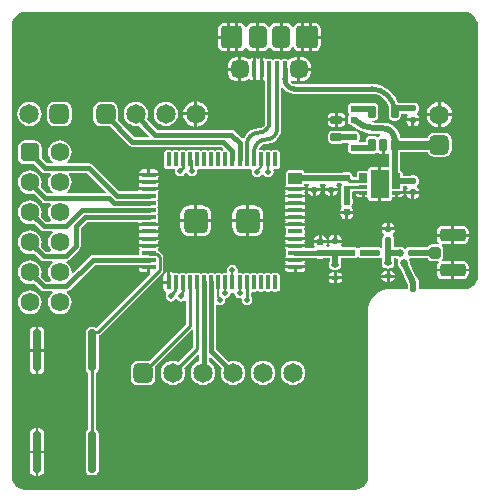
<source format=gtl>
G04*
G04 #@! TF.GenerationSoftware,Altium Limited,Altium Designer,21.9.2 (33)*
G04*
G04 Layer_Physical_Order=1*
G04 Layer_Color=255*
%FSLAX44Y44*%
%MOMM*%
G71*
G04*
G04 #@! TF.SameCoordinates,1F5C1B73-E678-4566-9102-B3B9492829AA*
G04*
G04*
G04 #@! TF.FilePolarity,Positive*
G04*
G01*
G75*
%ADD10C,0.5000*%
%ADD11C,0.3000*%
%ADD12C,0.2500*%
%ADD14C,0.2000*%
G04:AMPARAMS|DCode=15|XSize=0.5mm|YSize=0.5mm|CornerRadius=0.125mm|HoleSize=0mm|Usage=FLASHONLY|Rotation=90.000|XOffset=0mm|YOffset=0mm|HoleType=Round|Shape=RoundedRectangle|*
%AMROUNDEDRECTD15*
21,1,0.5000,0.2500,0,0,90.0*
21,1,0.2500,0.5000,0,0,90.0*
1,1,0.2500,0.1250,0.1250*
1,1,0.2500,0.1250,-0.1250*
1,1,0.2500,-0.1250,-0.1250*
1,1,0.2500,-0.1250,0.1250*
%
%ADD15ROUNDEDRECTD15*%
G04:AMPARAMS|DCode=16|XSize=0.5mm|YSize=0.5mm|CornerRadius=0.125mm|HoleSize=0mm|Usage=FLASHONLY|Rotation=0.000|XOffset=0mm|YOffset=0mm|HoleType=Round|Shape=RoundedRectangle|*
%AMROUNDEDRECTD16*
21,1,0.5000,0.2500,0,0,0.0*
21,1,0.2500,0.5000,0,0,0.0*
1,1,0.2500,0.1250,-0.1250*
1,1,0.2500,-0.1250,-0.1250*
1,1,0.2500,-0.1250,0.1250*
1,1,0.2500,0.1250,0.1250*
%
%ADD16ROUNDEDRECTD16*%
G04:AMPARAMS|DCode=17|XSize=0.4mm|YSize=1.2mm|CornerRadius=0.1mm|HoleSize=0mm|Usage=FLASHONLY|Rotation=90.000|XOffset=0mm|YOffset=0mm|HoleType=Round|Shape=RoundedRectangle|*
%AMROUNDEDRECTD17*
21,1,0.4000,1.0000,0,0,90.0*
21,1,0.2000,1.2000,0,0,90.0*
1,1,0.2000,0.5000,0.1000*
1,1,0.2000,0.5000,-0.1000*
1,1,0.2000,-0.5000,-0.1000*
1,1,0.2000,-0.5000,0.1000*
%
%ADD17ROUNDEDRECTD17*%
G04:AMPARAMS|DCode=18|XSize=0.4mm|YSize=1.2mm|CornerRadius=0.1mm|HoleSize=0mm|Usage=FLASHONLY|Rotation=180.000|XOffset=0mm|YOffset=0mm|HoleType=Round|Shape=RoundedRectangle|*
%AMROUNDEDRECTD18*
21,1,0.4000,1.0000,0,0,180.0*
21,1,0.2000,1.2000,0,0,180.0*
1,1,0.2000,-0.1000,0.5000*
1,1,0.2000,0.1000,0.5000*
1,1,0.2000,0.1000,-0.5000*
1,1,0.2000,-0.1000,-0.5000*
%
%ADD18ROUNDEDRECTD18*%
G04:AMPARAMS|DCode=19|XSize=2.1mm|YSize=2.1mm|CornerRadius=0.525mm|HoleSize=0mm|Usage=FLASHONLY|Rotation=0.000|XOffset=0mm|YOffset=0mm|HoleType=Round|Shape=RoundedRectangle|*
%AMROUNDEDRECTD19*
21,1,2.1000,1.0500,0,0,0.0*
21,1,1.0500,2.1000,0,0,0.0*
1,1,1.0500,0.5250,-0.5250*
1,1,1.0500,-0.5250,-0.5250*
1,1,1.0500,-0.5250,0.5250*
1,1,1.0500,0.5250,0.5250*
%
%ADD19ROUNDEDRECTD19*%
G04:AMPARAMS|DCode=20|XSize=0.7mm|YSize=3.5mm|CornerRadius=0.175mm|HoleSize=0mm|Usage=FLASHONLY|Rotation=180.000|XOffset=0mm|YOffset=0mm|HoleType=Round|Shape=RoundedRectangle|*
%AMROUNDEDRECTD20*
21,1,0.7000,3.1500,0,0,180.0*
21,1,0.3500,3.5000,0,0,180.0*
1,1,0.3500,-0.1750,1.5750*
1,1,0.3500,0.1750,1.5750*
1,1,0.3500,0.1750,-1.5750*
1,1,0.3500,-0.1750,-1.5750*
%
%ADD20ROUNDEDRECTD20*%
G04:AMPARAMS|DCode=21|XSize=0.58mm|YSize=0.58mm|CornerRadius=0.145mm|HoleSize=0mm|Usage=FLASHONLY|Rotation=90.000|XOffset=0mm|YOffset=0mm|HoleType=Round|Shape=RoundedRectangle|*
%AMROUNDEDRECTD21*
21,1,0.5800,0.2900,0,0,90.0*
21,1,0.2900,0.5800,0,0,90.0*
1,1,0.2900,0.1450,0.1450*
1,1,0.2900,0.1450,-0.1450*
1,1,0.2900,-0.1450,-0.1450*
1,1,0.2900,-0.1450,0.1450*
%
%ADD21ROUNDEDRECTD21*%
G04:AMPARAMS|DCode=22|XSize=0.53mm|YSize=0.58mm|CornerRadius=0.1325mm|HoleSize=0mm|Usage=FLASHONLY|Rotation=90.000|XOffset=0mm|YOffset=0mm|HoleType=Round|Shape=RoundedRectangle|*
%AMROUNDEDRECTD22*
21,1,0.5300,0.3150,0,0,90.0*
21,1,0.2650,0.5800,0,0,90.0*
1,1,0.2650,0.1575,0.1325*
1,1,0.2650,0.1575,-0.1325*
1,1,0.2650,-0.1575,-0.1325*
1,1,0.2650,-0.1575,0.1325*
%
%ADD22ROUNDEDRECTD22*%
G04:AMPARAMS|DCode=23|XSize=0.58mm|YSize=0.58mm|CornerRadius=0.145mm|HoleSize=0mm|Usage=FLASHONLY|Rotation=294.000|XOffset=0mm|YOffset=0mm|HoleType=Round|Shape=RoundedRectangle|*
%AMROUNDEDRECTD23*
21,1,0.5800,0.2900,0,0,294.0*
21,1,0.2900,0.5800,0,0,294.0*
1,1,0.2900,-0.0735,-0.1914*
1,1,0.2900,-0.1914,0.0735*
1,1,0.2900,0.0735,0.1914*
1,1,0.2900,0.1914,-0.0735*
%
%ADD23ROUNDEDRECTD23*%
G04:AMPARAMS|DCode=24|XSize=1.6mm|YSize=2.44mm|CornerRadius=0.08mm|HoleSize=0mm|Usage=FLASHONLY|Rotation=0.000|XOffset=0mm|YOffset=0mm|HoleType=Round|Shape=RoundedRectangle|*
%AMROUNDEDRECTD24*
21,1,1.6000,2.2800,0,0,0.0*
21,1,1.4400,2.4400,0,0,0.0*
1,1,0.1600,0.7200,-1.1400*
1,1,0.1600,-0.7200,-1.1400*
1,1,0.1600,-0.7200,1.1400*
1,1,0.1600,0.7200,1.1400*
%
%ADD24ROUNDEDRECTD24*%
G04:AMPARAMS|DCode=25|XSize=0.76mm|YSize=0.27mm|CornerRadius=0.0675mm|HoleSize=0mm|Usage=FLASHONLY|Rotation=0.000|XOffset=0mm|YOffset=0mm|HoleType=Round|Shape=RoundedRectangle|*
%AMROUNDEDRECTD25*
21,1,0.7600,0.1350,0,0,0.0*
21,1,0.6250,0.2700,0,0,0.0*
1,1,0.1350,0.3125,-0.0675*
1,1,0.1350,-0.3125,-0.0675*
1,1,0.1350,-0.3125,0.0675*
1,1,0.1350,0.3125,0.0675*
%
%ADD25ROUNDEDRECTD25*%
G04:AMPARAMS|DCode=26|XSize=1mm|YSize=1.9mm|CornerRadius=0.25mm|HoleSize=0mm|Usage=FLASHONLY|Rotation=0.000|XOffset=0mm|YOffset=0mm|HoleType=Round|Shape=RoundedRectangle|*
%AMROUNDEDRECTD26*
21,1,1.0000,1.4000,0,0,0.0*
21,1,0.5000,1.9000,0,0,0.0*
1,1,0.5000,0.2500,-0.7000*
1,1,0.5000,-0.2500,-0.7000*
1,1,0.5000,-0.2500,0.7000*
1,1,0.5000,0.2500,0.7000*
%
%ADD26ROUNDEDRECTD26*%
G04:AMPARAMS|DCode=27|XSize=0.4mm|YSize=1.35mm|CornerRadius=0.1mm|HoleSize=0mm|Usage=FLASHONLY|Rotation=180.000|XOffset=0mm|YOffset=0mm|HoleType=Round|Shape=RoundedRectangle|*
%AMROUNDEDRECTD27*
21,1,0.4000,1.1500,0,0,180.0*
21,1,0.2000,1.3500,0,0,180.0*
1,1,0.2000,-0.1000,0.5750*
1,1,0.2000,0.1000,0.5750*
1,1,0.2000,0.1000,-0.5750*
1,1,0.2000,-0.1000,-0.5750*
%
%ADD27ROUNDEDRECTD27*%
G04:AMPARAMS|DCode=28|XSize=1.5mm|YSize=1.9mm|CornerRadius=0.375mm|HoleSize=0mm|Usage=FLASHONLY|Rotation=180.000|XOffset=0mm|YOffset=0mm|HoleType=Round|Shape=RoundedRectangle|*
%AMROUNDEDRECTD28*
21,1,1.5000,1.1500,0,0,180.0*
21,1,0.7500,1.9000,0,0,180.0*
1,1,0.7500,-0.3750,0.5750*
1,1,0.7500,0.3750,0.5750*
1,1,0.7500,0.3750,-0.5750*
1,1,0.7500,-0.3750,-0.5750*
%
%ADD28ROUNDEDRECTD28*%
G04:AMPARAMS|DCode=29|XSize=0.55mm|YSize=0.55mm|CornerRadius=0.1375mm|HoleSize=0mm|Usage=FLASHONLY|Rotation=0.000|XOffset=0mm|YOffset=0mm|HoleType=Round|Shape=RoundedRectangle|*
%AMROUNDEDRECTD29*
21,1,0.5500,0.2750,0,0,0.0*
21,1,0.2750,0.5500,0,0,0.0*
1,1,0.2750,0.1375,-0.1375*
1,1,0.2750,-0.1375,-0.1375*
1,1,0.2750,-0.1375,0.1375*
1,1,0.2750,0.1375,0.1375*
%
%ADD29ROUNDEDRECTD29*%
G04:AMPARAMS|DCode=30|XSize=0.6mm|YSize=1.1mm|CornerRadius=0.15mm|HoleSize=0mm|Usage=FLASHONLY|Rotation=180.000|XOffset=0mm|YOffset=0mm|HoleType=Round|Shape=RoundedRectangle|*
%AMROUNDEDRECTD30*
21,1,0.6000,0.8000,0,0,180.0*
21,1,0.3000,1.1000,0,0,180.0*
1,1,0.3000,-0.1500,0.4000*
1,1,0.3000,0.1500,0.4000*
1,1,0.3000,0.1500,-0.4000*
1,1,0.3000,-0.1500,-0.4000*
%
%ADD30ROUNDEDRECTD30*%
G04:AMPARAMS|DCode=31|XSize=0.95mm|YSize=0.65mm|CornerRadius=0.0813mm|HoleSize=0mm|Usage=FLASHONLY|Rotation=180.000|XOffset=0mm|YOffset=0mm|HoleType=Round|Shape=RoundedRectangle|*
%AMROUNDEDRECTD31*
21,1,0.9500,0.4875,0,0,180.0*
21,1,0.7875,0.6500,0,0,180.0*
1,1,0.1625,-0.3938,0.2438*
1,1,0.1625,0.3938,0.2438*
1,1,0.1625,0.3938,-0.2438*
1,1,0.1625,-0.3938,-0.2438*
%
%ADD31ROUNDEDRECTD31*%
G04:AMPARAMS|DCode=32|XSize=0.42mm|YSize=0.61mm|CornerRadius=0.105mm|HoleSize=0mm|Usage=FLASHONLY|Rotation=270.000|XOffset=0mm|YOffset=0mm|HoleType=Round|Shape=RoundedRectangle|*
%AMROUNDEDRECTD32*
21,1,0.4200,0.4000,0,0,270.0*
21,1,0.2100,0.6100,0,0,270.0*
1,1,0.2100,-0.2000,-0.1050*
1,1,0.2100,-0.2000,0.1050*
1,1,0.2100,0.2000,0.1050*
1,1,0.2100,0.2000,-0.1050*
%
%ADD32ROUNDEDRECTD32*%
G04:AMPARAMS|DCode=33|XSize=0.58mm|YSize=0.58mm|CornerRadius=0.145mm|HoleSize=0mm|Usage=FLASHONLY|Rotation=0.000|XOffset=0mm|YOffset=0mm|HoleType=Round|Shape=RoundedRectangle|*
%AMROUNDEDRECTD33*
21,1,0.5800,0.2900,0,0,0.0*
21,1,0.2900,0.5800,0,0,0.0*
1,1,0.2900,0.1450,-0.1450*
1,1,0.2900,-0.1450,-0.1450*
1,1,0.2900,-0.1450,0.1450*
1,1,0.2900,0.1450,0.1450*
%
%ADD33ROUNDEDRECTD33*%
G04:AMPARAMS|DCode=34|XSize=0.53mm|YSize=0.58mm|CornerRadius=0.1325mm|HoleSize=0mm|Usage=FLASHONLY|Rotation=0.000|XOffset=0mm|YOffset=0mm|HoleType=Round|Shape=RoundedRectangle|*
%AMROUNDEDRECTD34*
21,1,0.5300,0.3150,0,0,0.0*
21,1,0.2650,0.5800,0,0,0.0*
1,1,0.2650,0.1325,-0.1575*
1,1,0.2650,-0.1325,-0.1575*
1,1,0.2650,-0.1325,0.1575*
1,1,0.2650,0.1325,0.1575*
%
%ADD34ROUNDEDRECTD34*%
G04:AMPARAMS|DCode=35|XSize=1.05mm|YSize=2.2mm|CornerRadius=0.2625mm|HoleSize=0mm|Usage=FLASHONLY|Rotation=270.000|XOffset=0mm|YOffset=0mm|HoleType=Round|Shape=RoundedRectangle|*
%AMROUNDEDRECTD35*
21,1,1.0500,1.6750,0,0,270.0*
21,1,0.5250,2.2000,0,0,270.0*
1,1,0.5250,-0.8375,-0.2625*
1,1,0.5250,-0.8375,0.2625*
1,1,0.5250,0.8375,0.2625*
1,1,0.5250,0.8375,-0.2625*
%
%ADD35ROUNDEDRECTD35*%
G04:AMPARAMS|DCode=36|XSize=1mm|YSize=1mm|CornerRadius=0.25mm|HoleSize=0mm|Usage=FLASHONLY|Rotation=270.000|XOffset=0mm|YOffset=0mm|HoleType=Round|Shape=RoundedRectangle|*
%AMROUNDEDRECTD36*
21,1,1.0000,0.5000,0,0,270.0*
21,1,0.5000,1.0000,0,0,270.0*
1,1,0.5000,-0.2500,-0.2500*
1,1,0.5000,-0.2500,0.2500*
1,1,0.5000,0.2500,0.2500*
1,1,0.5000,0.2500,-0.2500*
%
%ADD36ROUNDEDRECTD36*%
%ADD67C,0.4000*%
%ADD68C,0.5500*%
%ADD69C,0.7500*%
%ADD70R,1.2000X0.7000*%
%ADD71R,0.7600X0.5000*%
%ADD72R,0.7600X1.0000*%
%ADD73C,4.5000*%
G04:AMPARAMS|DCode=74|XSize=1.59mm|YSize=1.59mm|CornerRadius=0.3975mm|HoleSize=0mm|Usage=FLASHONLY|Rotation=270.000|XOffset=0mm|YOffset=0mm|HoleType=Round|Shape=RoundedRectangle|*
%AMROUNDEDRECTD74*
21,1,1.5900,0.7950,0,0,270.0*
21,1,0.7950,1.5900,0,0,270.0*
1,1,0.7950,-0.3975,-0.3975*
1,1,0.7950,-0.3975,0.3975*
1,1,0.7950,0.3975,0.3975*
1,1,0.7950,0.3975,-0.3975*
%
%ADD74ROUNDEDRECTD74*%
%ADD75C,1.5900*%
G04:AMPARAMS|DCode=76|XSize=1.65mm|YSize=1.65mm|CornerRadius=0.4125mm|HoleSize=0mm|Usage=FLASHONLY|Rotation=0.000|XOffset=0mm|YOffset=0mm|HoleType=Round|Shape=RoundedRectangle|*
%AMROUNDEDRECTD76*
21,1,1.6500,0.8250,0,0,0.0*
21,1,0.8250,1.6500,0,0,0.0*
1,1,0.8250,0.4125,-0.4125*
1,1,0.8250,-0.4125,-0.4125*
1,1,0.8250,-0.4125,0.4125*
1,1,0.8250,0.4125,0.4125*
%
%ADD76ROUNDEDRECTD76*%
%ADD77C,1.6500*%
G04:AMPARAMS|DCode=78|XSize=1.45mm|YSize=1.45mm|CornerRadius=0.3625mm|HoleSize=0mm|Usage=FLASHONLY|Rotation=180.000|XOffset=0mm|YOffset=0mm|HoleType=Round|Shape=RoundedRectangle|*
%AMROUNDEDRECTD78*
21,1,1.4500,0.7250,0,0,180.0*
21,1,0.7250,1.4500,0,0,180.0*
1,1,0.7250,-0.3625,0.3625*
1,1,0.7250,0.3625,0.3625*
1,1,0.7250,0.3625,-0.3625*
1,1,0.7250,-0.3625,-0.3625*
%
%ADD78ROUNDEDRECTD78*%
G04:AMPARAMS|DCode=79|XSize=1.2mm|YSize=1.9mm|CornerRadius=0.3mm|HoleSize=0mm|Usage=FLASHONLY|Rotation=180.000|XOffset=0mm|YOffset=0mm|HoleType=Round|Shape=RoundedRectangle|*
%AMROUNDEDRECTD79*
21,1,1.2000,1.3000,0,0,180.0*
21,1,0.6000,1.9000,0,0,180.0*
1,1,0.6000,-0.3000,0.6500*
1,1,0.6000,0.3000,0.6500*
1,1,0.6000,0.3000,-0.6500*
1,1,0.6000,-0.3000,-0.6500*
%
%ADD79ROUNDEDRECTD79*%
G04:AMPARAMS|DCode=80|XSize=1.65mm|YSize=1.65mm|CornerRadius=0.4125mm|HoleSize=0mm|Usage=FLASHONLY|Rotation=90.000|XOffset=0mm|YOffset=0mm|HoleType=Round|Shape=RoundedRectangle|*
%AMROUNDEDRECTD80*
21,1,1.6500,0.8250,0,0,90.0*
21,1,0.8250,1.6500,0,0,90.0*
1,1,0.8250,0.4125,0.4125*
1,1,0.8250,0.4125,-0.4125*
1,1,0.8250,-0.4125,-0.4125*
1,1,0.8250,-0.4125,0.4125*
%
%ADD80ROUNDEDRECTD80*%
%ADD81C,0.8000*%
%ADD82C,0.5000*%
%ADD83C,0.6000*%
G36*
X358632Y26972D02*
X360898Y26034D01*
X362937Y24671D01*
X364671Y22937D01*
X366034Y20898D01*
X366973Y18632D01*
X367451Y16226D01*
Y15000D01*
Y-195000D01*
X367500Y-195246D01*
Y-195980D01*
X366973Y-198632D01*
X366034Y-200898D01*
X364671Y-202937D01*
X362937Y-204671D01*
X360898Y-206034D01*
X358632Y-206973D01*
X356226Y-207451D01*
X355000D01*
X317314Y-207451D01*
Y-200750D01*
X317061Y-199482D01*
X316668Y-198893D01*
X316667Y-198890D01*
X316661Y-198883D01*
X316544Y-198708D01*
X316525Y-198667D01*
X316504Y-198647D01*
X316343Y-198407D01*
X316158Y-198283D01*
X316155Y-198280D01*
X316038Y-198186D01*
X315957Y-198102D01*
X315803Y-197909D01*
X315641Y-197675D01*
X314419Y-195381D01*
X310178Y-185857D01*
X310223Y-185597D01*
X309920Y-184259D01*
X309197Y-182636D01*
X310022Y-181366D01*
X310114D01*
X310250Y-181393D01*
X310250Y-181393D01*
X324754D01*
X325256Y-182144D01*
X326744Y-183139D01*
X328500Y-183488D01*
X333500D01*
X333717Y-183445D01*
X334213Y-184641D01*
X333930Y-184830D01*
X332797Y-186525D01*
X332400Y-188525D01*
Y-189900D01*
X344750D01*
Y-183300D01*
X337625D01*
X337164Y-183391D01*
X336669Y-182195D01*
X336744Y-182144D01*
X337739Y-180656D01*
X338088Y-178900D01*
Y-173900D01*
X337739Y-172144D01*
X336744Y-170656D01*
X336668Y-170605D01*
X337164Y-169409D01*
X337625Y-169500D01*
X344750D01*
Y-162900D01*
X332400D01*
Y-164275D01*
X332797Y-166275D01*
X333930Y-167970D01*
X334213Y-168159D01*
X333717Y-169355D01*
X333500Y-169312D01*
X328500D01*
X326744Y-169661D01*
X325256Y-170656D01*
X324553Y-171707D01*
X310250D01*
X310114Y-171734D01*
X308875D01*
X307558Y-171996D01*
X306441Y-172742D01*
X306286Y-172975D01*
X305775Y-173066D01*
X304796Y-172919D01*
X304206Y-172084D01*
X303045Y-171352D01*
X301693Y-171119D01*
X300354Y-171422D01*
X300051Y-171557D01*
X296093D01*
Y-168039D01*
X296215Y-167425D01*
Y-164775D01*
X295957Y-163478D01*
X295222Y-162378D01*
X295127Y-162314D01*
Y-160787D01*
X295583Y-160483D01*
X296428Y-159217D01*
X296725Y-157725D01*
Y-157650D01*
X291250D01*
X285775D01*
Y-157725D01*
X286072Y-159217D01*
X286917Y-160483D01*
X287373Y-160787D01*
Y-162314D01*
X287278Y-162378D01*
X286543Y-163478D01*
X286285Y-164775D01*
Y-167425D01*
X286407Y-168039D01*
Y-171708D01*
X285991Y-171998D01*
X285137Y-172271D01*
X284272Y-171693D01*
X282975Y-171435D01*
X280325D01*
X279711Y-171557D01*
X272276D01*
X271650Y-171432D01*
X268750D01*
X267404Y-171700D01*
X266402Y-172369D01*
X265933Y-172504D01*
X265266D01*
X264798Y-172369D01*
X263796Y-171700D01*
X262450Y-171432D01*
X259550D01*
X258924Y-171557D01*
X251910D01*
X251231Y-170287D01*
X251678Y-169617D01*
X251975Y-168125D01*
Y-168050D01*
X246500D01*
X241025D01*
Y-168125D01*
X241322Y-169617D01*
X241836Y-170387D01*
X241214Y-171657D01*
X239536D01*
X238857Y-170387D01*
X238921Y-170291D01*
X239227Y-168750D01*
Y-168550D01*
X233750D01*
X228273D01*
Y-168750D01*
X228579Y-170291D01*
X229154Y-171152D01*
X228573Y-172422D01*
X221825D01*
X221274Y-171750D01*
X212500D01*
X203981D01*
X204203Y-172866D01*
X204928Y-173950D01*
X204674Y-174329D01*
X204441Y-175500D01*
Y-177500D01*
X204674Y-178671D01*
X204928Y-179050D01*
X204203Y-180134D01*
X203981Y-181250D01*
X212500D01*
X221273D01*
X221825Y-180578D01*
X230024D01*
X230954Y-181200D01*
X232300Y-181468D01*
X235200D01*
X235826Y-181343D01*
X241657D01*
Y-184315D01*
X241627Y-184360D01*
X241390Y-185550D01*
Y-187650D01*
X241627Y-188840D01*
X242301Y-189849D01*
X243310Y-190523D01*
X244038Y-190668D01*
X244647Y-191074D01*
X246500Y-191443D01*
X248353Y-191074D01*
X248962Y-190668D01*
X249690Y-190523D01*
X250699Y-189849D01*
X251373Y-188840D01*
X251610Y-187650D01*
Y-185550D01*
X251373Y-184360D01*
X251343Y-184315D01*
Y-181243D01*
X258924D01*
X259550Y-181368D01*
X262450D01*
X263796Y-181100D01*
X264798Y-180431D01*
X265266Y-180296D01*
X265933D01*
X266402Y-180431D01*
X267404Y-181100D01*
X268750Y-181368D01*
X271650D01*
X272276Y-181243D01*
X279711D01*
X280325Y-181365D01*
X282975D01*
X284272Y-181107D01*
X285237Y-180462D01*
X285846Y-180618D01*
X286507Y-180960D01*
Y-182915D01*
X286377Y-183110D01*
X286140Y-184300D01*
Y-186400D01*
X286377Y-187590D01*
X287051Y-188599D01*
X288060Y-189273D01*
X288788Y-189418D01*
X289397Y-189824D01*
X291250Y-190193D01*
X291350D01*
X293203Y-189824D01*
X293854Y-189390D01*
X294440Y-189273D01*
X295449Y-188599D01*
X296123Y-187590D01*
X296360Y-186400D01*
Y-184300D01*
X296193Y-183462D01*
Y-181243D01*
X298253D01*
X298912Y-181659D01*
X299226Y-182032D01*
X299620Y-182917D01*
X299594Y-182959D01*
X299361Y-184312D01*
X299664Y-185650D01*
X300844Y-188300D01*
X301636Y-189421D01*
X301753Y-189494D01*
X308186Y-203943D01*
Y-207451D01*
X292000D01*
X291938Y-207463D01*
X291875Y-207454D01*
X290405Y-207526D01*
X290221Y-207572D01*
X290032D01*
X287148Y-208146D01*
X286917Y-208242D01*
X286670Y-208291D01*
X283954Y-209416D01*
X283745Y-209556D01*
X283513Y-209652D01*
X281068Y-211285D01*
X280890Y-211463D01*
X280682Y-211602D01*
X278602Y-213682D01*
X278463Y-213890D01*
X278285Y-214068D01*
X276652Y-216513D01*
X276556Y-216745D01*
X276416Y-216954D01*
X275291Y-219670D01*
X275242Y-219916D01*
X275146Y-220148D01*
X274572Y-223032D01*
Y-223221D01*
X274526Y-223405D01*
X274454Y-224875D01*
X274463Y-224938D01*
X274451Y-225000D01*
Y-365000D01*
Y-366226D01*
X273972Y-368632D01*
X273034Y-370898D01*
X271671Y-372937D01*
X269937Y-374671D01*
X267898Y-376034D01*
X265632Y-376973D01*
X263226Y-377451D01*
X-16226D01*
X-18632Y-376973D01*
X-20898Y-376034D01*
X-22937Y-374671D01*
X-24671Y-372937D01*
X-26034Y-370898D01*
X-26972Y-368632D01*
X-27451Y-366226D01*
Y-365000D01*
Y15000D01*
Y16226D01*
X-26972Y18632D01*
X-26034Y20898D01*
X-24671Y22937D01*
X-22937Y24671D01*
X-20898Y26034D01*
X-18632Y26972D01*
X-16226Y27451D01*
X356226D01*
X358632Y26972D01*
D02*
G37*
G36*
X312304Y-195748D02*
X313898Y-198741D01*
X314168Y-199128D01*
X314421Y-199446D01*
X314658Y-199694D01*
X314879Y-199871D01*
X310257Y-203250D01*
X310223Y-203215D01*
X310124Y-203027D01*
X308630Y-199788D01*
X306937Y-196005D01*
X311936Y-194939D01*
X312304Y-195748D01*
D02*
G37*
%LPC*%
G36*
X224500Y18108D02*
X222750D01*
X221975Y17954D01*
X221250Y18098D01*
X220000D01*
Y6000D01*
Y-6098D01*
X221250D01*
X221975Y-5954D01*
X222750Y-6108D01*
X224500D01*
Y6000D01*
Y18108D01*
D02*
G37*
G36*
X179500Y18122D02*
X177000D01*
X174561Y17637D01*
X172494Y16256D01*
X171339Y14527D01*
X170014Y14679D01*
X169960Y14951D01*
X168855Y16605D01*
X167201Y17710D01*
X165250Y18098D01*
X164000D01*
Y6000D01*
Y-6098D01*
X165250D01*
X167201Y-5710D01*
X168855Y-4605D01*
X169960Y-2951D01*
X170014Y-2679D01*
X171339Y-2527D01*
X172494Y-4256D01*
X174561Y-5637D01*
X177000Y-6122D01*
X179500D01*
Y6000D01*
Y18122D01*
D02*
G37*
G36*
X228750Y18108D02*
X227000D01*
Y7250D01*
X234358D01*
Y12500D01*
X233931Y14646D01*
X232715Y16465D01*
X230896Y17681D01*
X228750Y18108D01*
D02*
G37*
G36*
X154500D02*
X152750D01*
X150604Y17681D01*
X148785Y16465D01*
X147569Y14646D01*
X147142Y12500D01*
Y7250D01*
X154500D01*
Y18108D01*
D02*
G37*
G36*
X158750D02*
X157000D01*
Y6000D01*
Y-6108D01*
X158750D01*
X159524Y-5954D01*
X160250Y-6098D01*
X161500D01*
Y6000D01*
Y18098D01*
X160250D01*
X159524Y17954D01*
X158750Y18108D01*
D02*
G37*
G36*
X204500Y18122D02*
X202000D01*
Y6000D01*
Y-6122D01*
X204500D01*
X206939Y-5637D01*
X209006Y-4256D01*
X210161Y-2528D01*
X211486Y-2679D01*
X211540Y-2951D01*
X212645Y-4605D01*
X214299Y-5710D01*
X216250Y-6098D01*
X217500D01*
Y6000D01*
Y18098D01*
X216250D01*
X214299Y17710D01*
X212645Y16605D01*
X211540Y14951D01*
X211486Y14679D01*
X210161Y14527D01*
X209006Y16256D01*
X206939Y17637D01*
X204500Y18122D01*
D02*
G37*
G36*
X234358Y4750D02*
X227000D01*
Y-6108D01*
X228750D01*
X230896Y-5681D01*
X232715Y-4465D01*
X233931Y-2646D01*
X234358Y-500D01*
Y4750D01*
D02*
G37*
G36*
X154500Y4750D02*
X147142D01*
Y-500D01*
X147569Y-2646D01*
X148785Y-4465D01*
X150604Y-5681D01*
X152750Y-6108D01*
X154500D01*
Y4750D01*
D02*
G37*
G36*
X184500Y18122D02*
X182000D01*
Y6000D01*
Y-6122D01*
X184500D01*
X186939Y-5637D01*
X189006Y-4256D01*
X190024Y-2732D01*
X191476Y-2732D01*
X192494Y-4256D01*
X194561Y-5637D01*
X197000Y-6122D01*
X199500D01*
Y6000D01*
Y18122D01*
X197000D01*
X194561Y17637D01*
X192494Y16256D01*
X191476Y14732D01*
X190024Y14732D01*
X189006Y16256D01*
X186939Y17637D01*
X184500Y18122D01*
D02*
G37*
G36*
X214500Y-11130D02*
X212125D01*
X209735Y-11605D01*
X208155Y-12661D01*
X206913Y-13087D01*
X205921Y-12424D01*
X204750Y-12191D01*
X202750D01*
X201579Y-12424D01*
X200587Y-13087D01*
X199477Y-12462D01*
X199421Y-12424D01*
X198250Y-12191D01*
X196250D01*
X195079Y-12424D01*
X194087Y-13087D01*
X192977Y-12462D01*
X192920Y-12424D01*
X191750Y-12191D01*
X189750D01*
X188579Y-12424D01*
X187882Y-12890D01*
X187773Y-12727D01*
X186616Y-11953D01*
X185500Y-11731D01*
Y-21001D01*
Y-30269D01*
X185911Y-30187D01*
X187181Y-31080D01*
Y-66000D01*
X187202Y-66105D01*
X186826Y-67999D01*
X185693Y-69693D01*
X183999Y-70826D01*
X183209Y-70983D01*
X182000Y-71129D01*
Y-71129D01*
X178345Y-71610D01*
X174940Y-73021D01*
X172015Y-75265D01*
X169771Y-78190D01*
X169180Y-79616D01*
X167682Y-79914D01*
X161419Y-73651D01*
X160096Y-72767D01*
X158535Y-72457D01*
X158535Y-72457D01*
X95575D01*
X86768Y-63650D01*
X87586Y-61676D01*
X87938Y-59000D01*
X87586Y-56324D01*
X86553Y-53831D01*
X84910Y-51690D01*
X82769Y-50047D01*
X80276Y-49014D01*
X77600Y-48662D01*
X74924Y-49014D01*
X72431Y-50047D01*
X70290Y-51690D01*
X68647Y-53831D01*
X67614Y-56324D01*
X67262Y-59000D01*
X67614Y-61676D01*
X68647Y-64169D01*
X70290Y-66310D01*
X72431Y-67953D01*
X74924Y-68986D01*
X77600Y-69338D01*
X80276Y-68986D01*
X80483Y-68900D01*
X88866Y-77284D01*
X88380Y-78457D01*
X76175D01*
X62283Y-64566D01*
X62570Y-63125D01*
Y-54875D01*
X62095Y-52485D01*
X60741Y-50459D01*
X58715Y-49105D01*
X56325Y-48630D01*
X48075D01*
X45685Y-49105D01*
X43659Y-50459D01*
X42305Y-52485D01*
X41830Y-54875D01*
Y-63125D01*
X42305Y-65515D01*
X43659Y-67541D01*
X45685Y-68895D01*
X48075Y-69370D01*
X55552D01*
X71602Y-85419D01*
X72925Y-86303D01*
X74485Y-86614D01*
X74486Y-86614D01*
X149917D01*
X151544Y-88240D01*
X151324Y-89466D01*
X150232Y-90049D01*
X149670Y-89674D01*
X148500Y-89441D01*
X146500D01*
X145329Y-89674D01*
X144500Y-90228D01*
X143671Y-89674D01*
X142500Y-89441D01*
X140500D01*
X139329Y-89674D01*
X138500Y-90228D01*
X137670Y-89674D01*
X136500Y-89441D01*
X134500D01*
X133329Y-89674D01*
X132500Y-90228D01*
X131671Y-89674D01*
X130500Y-89441D01*
X128500D01*
X127329Y-89674D01*
X126500Y-90228D01*
X125670Y-89674D01*
X124500Y-89441D01*
X122500D01*
X121329Y-89674D01*
X120500Y-90228D01*
X119670Y-89674D01*
X118500Y-89441D01*
X116500D01*
X115329Y-89674D01*
X114500Y-90228D01*
X113671Y-89674D01*
X112500Y-89441D01*
X110500D01*
X109330Y-89674D01*
X108500Y-90228D01*
X107670Y-89674D01*
X106500Y-89441D01*
X104500D01*
X103329Y-89674D01*
X102337Y-90337D01*
X101674Y-91329D01*
X101441Y-92500D01*
Y-102500D01*
X101674Y-103671D01*
X102337Y-104663D01*
X103329Y-105326D01*
X104500Y-105559D01*
X106500D01*
X107670Y-105326D01*
X108500Y-104772D01*
X109330Y-105326D01*
X110500Y-105559D01*
X111062Y-106243D01*
X110886Y-107127D01*
X111235Y-108882D01*
X112230Y-110371D01*
X113718Y-111365D01*
X115474Y-111715D01*
X117230Y-111365D01*
X118719Y-110371D01*
X119713Y-108882D01*
X119715Y-108874D01*
X121010D01*
X121011Y-108882D01*
X122006Y-110371D01*
X123494Y-111365D01*
X125250Y-111715D01*
X127006Y-111365D01*
X128494Y-110371D01*
X129489Y-108882D01*
X129838Y-107127D01*
X129716Y-106514D01*
X130500Y-105559D01*
X131671Y-105326D01*
X132500Y-104772D01*
X133329Y-105326D01*
X134500Y-105559D01*
X136500D01*
X137670Y-105326D01*
X138500Y-104772D01*
X139329Y-105326D01*
X140500Y-105559D01*
X142500D01*
X143671Y-105326D01*
X144500Y-104772D01*
X145329Y-105326D01*
X146500Y-105559D01*
X148500D01*
X149670Y-105326D01*
X150500Y-104772D01*
X151329Y-105326D01*
X152500Y-105559D01*
X154500D01*
X155670Y-105326D01*
X156500Y-104772D01*
X157330Y-105326D01*
X158500Y-105559D01*
X160500D01*
X161670Y-105326D01*
X162500Y-104772D01*
X163329Y-105326D01*
X164500Y-105559D01*
X166500D01*
X167670Y-105326D01*
X168500Y-104772D01*
X169329Y-105326D01*
X170500Y-105559D01*
X172500D01*
X173671Y-105326D01*
X174500Y-104772D01*
X175169Y-105219D01*
X176011Y-106244D01*
X175662Y-108000D01*
X176011Y-109756D01*
X177006Y-111244D01*
X178494Y-112239D01*
X180250Y-112588D01*
X182006Y-112239D01*
X183494Y-111244D01*
X184294Y-110047D01*
X184672Y-109957D01*
X185328D01*
X185706Y-110047D01*
X186506Y-111244D01*
X187994Y-112239D01*
X189750Y-112588D01*
X191506Y-112239D01*
X192994Y-111244D01*
X193989Y-109756D01*
X194338Y-108000D01*
X194094Y-106773D01*
X194182Y-106510D01*
X194828Y-105702D01*
X195049Y-105559D01*
X196500D01*
X197670Y-105326D01*
X198663Y-104663D01*
X199326Y-103671D01*
X199559Y-102500D01*
Y-92500D01*
X199326Y-91329D01*
X198663Y-90337D01*
X197670Y-89674D01*
X196500Y-89441D01*
X194500D01*
X193329Y-89674D01*
X192500Y-90228D01*
X191670Y-89674D01*
X190500Y-89441D01*
X188500D01*
X187329Y-89674D01*
X186500Y-90228D01*
X185671Y-89674D01*
X184500Y-89441D01*
X182747D01*
X182198Y-88895D01*
X181856Y-88275D01*
X182060Y-87782D01*
X183242Y-86242D01*
X184782Y-85060D01*
X186575Y-84317D01*
X187279Y-84224D01*
X188500Y-84106D01*
Y-84106D01*
X191698Y-83685D01*
X194678Y-82450D01*
X197237Y-80487D01*
X199200Y-77928D01*
X200435Y-74948D01*
X200856Y-71750D01*
X200819D01*
Y-37137D01*
X202089Y-36706D01*
X203263Y-38237D01*
X205822Y-40200D01*
X208802Y-41435D01*
X212000Y-41856D01*
Y-41828D01*
X277326D01*
X277411Y-41811D01*
X280322Y-42098D01*
X283204Y-42972D01*
X285859Y-44391D01*
X288186Y-46301D01*
X290097Y-48629D01*
X291516Y-51284D01*
X291834Y-52334D01*
X291670Y-53162D01*
Y-61162D01*
X291941Y-62527D01*
X292715Y-63685D01*
X293872Y-64459D01*
X295238Y-64731D01*
X298238D01*
X299604Y-64459D01*
X300761Y-63685D01*
X301535Y-62527D01*
X301807Y-61162D01*
Y-58900D01*
X307182D01*
X307463Y-59300D01*
X307745Y-60170D01*
X307060Y-61195D01*
X306763Y-62687D01*
Y-62762D01*
X312238D01*
X317713D01*
Y-62687D01*
X317416Y-61195D01*
X316571Y-59929D01*
X316115Y-59625D01*
Y-58098D01*
X316210Y-58034D01*
X316945Y-56934D01*
X317203Y-55637D01*
Y-52987D01*
X316945Y-51690D01*
X316210Y-50590D01*
X315110Y-49855D01*
X313813Y-49597D01*
X310663D01*
X310025Y-49724D01*
X299535D01*
X299061Y-48159D01*
X296887Y-44092D01*
X293961Y-40527D01*
X290396Y-37601D01*
X286329Y-35427D01*
X281916Y-34089D01*
X277326Y-33637D01*
Y-33672D01*
X212000D01*
X211919Y-33688D01*
X210391Y-33384D01*
X209028Y-32473D01*
X208632Y-31881D01*
X208737Y-31255D01*
X208988Y-31038D01*
X210156Y-30478D01*
X212125Y-30870D01*
X214500D01*
Y-21001D01*
Y-11130D01*
D02*
G37*
G36*
X164500Y-11130D02*
X162125D01*
X159735Y-11605D01*
X157709Y-12959D01*
X156355Y-14985D01*
X155880Y-17375D01*
Y-19750D01*
X164500D01*
Y-11130D01*
D02*
G37*
G36*
X219375Y-11130D02*
X217000D01*
Y-19751D01*
X225620D01*
Y-17375D01*
X225145Y-14985D01*
X223791Y-12959D01*
X221765Y-11605D01*
X219375Y-11130D01*
D02*
G37*
G36*
X179000Y-11731D02*
Y-21001D01*
Y-30269D01*
X180116Y-30047D01*
X181000Y-29456D01*
X181884Y-30047D01*
X183000Y-30269D01*
Y-21001D01*
Y-11731D01*
X181884Y-11953D01*
X181000Y-12544D01*
X180116Y-11953D01*
X179000Y-11731D01*
D02*
G37*
G36*
X169375Y-11130D02*
X167000D01*
Y-21000D01*
Y-30870D01*
X169375D01*
X171765Y-30395D01*
X172929Y-29617D01*
X174227Y-29273D01*
X175384Y-30047D01*
X176500Y-30269D01*
Y-21001D01*
Y-11731D01*
X175384Y-11953D01*
X174227Y-12727D01*
X172929Y-12383D01*
X171765Y-11605D01*
X169375Y-11130D01*
D02*
G37*
G36*
X225620Y-22251D02*
X217000D01*
Y-30870D01*
X219375D01*
X221765Y-30395D01*
X223791Y-29041D01*
X225145Y-27015D01*
X225620Y-24625D01*
Y-22251D01*
D02*
G37*
G36*
X164500Y-22250D02*
X155880D01*
Y-24625D01*
X156355Y-27015D01*
X157709Y-29041D01*
X159735Y-30395D01*
X162125Y-30870D01*
X164500D01*
Y-22250D01*
D02*
G37*
G36*
X279238Y-49593D02*
X276238D01*
X275373Y-49766D01*
X275138Y-49719D01*
X264314D01*
X263688Y-49594D01*
X260788D01*
X259442Y-49862D01*
X258301Y-50625D01*
X257538Y-51766D01*
X257271Y-53112D01*
Y-56012D01*
X257538Y-57358D01*
X258207Y-58359D01*
X258342Y-58828D01*
Y-59495D01*
X258207Y-59964D01*
X257538Y-60966D01*
X257271Y-62312D01*
Y-65212D01*
X257538Y-66558D01*
X258301Y-67699D01*
X259442Y-68462D01*
X260570Y-68686D01*
X262406Y-70255D01*
X266435Y-72723D01*
X270800Y-74531D01*
X275394Y-75634D01*
X280101Y-76005D01*
X280103Y-76005D01*
X284651Y-76005D01*
X284776Y-77275D01*
X284177Y-77394D01*
X282988Y-78189D01*
X281761Y-78639D01*
X280604Y-77865D01*
X279238Y-77593D01*
X276238D01*
X274872Y-77865D01*
X273715Y-78639D01*
X272941Y-79796D01*
X272670Y-81162D01*
Y-82919D01*
X267423D01*
X266744Y-81649D01*
X266938Y-81358D01*
X267206Y-80012D01*
Y-77112D01*
X266938Y-75766D01*
X266175Y-74625D01*
X265034Y-73862D01*
X263688Y-73594D01*
X260788D01*
X260162Y-73719D01*
X251989Y-73719D01*
X251426Y-73607D01*
X243551D01*
X242453Y-73825D01*
X241523Y-74447D01*
X240901Y-75377D01*
X240683Y-76474D01*
Y-81349D01*
X240901Y-82447D01*
X241523Y-83377D01*
X242453Y-83999D01*
X243551Y-84217D01*
X251426D01*
X252523Y-83999D01*
X253412Y-83405D01*
X257054Y-83405D01*
X257733Y-84675D01*
X257538Y-84966D01*
X257271Y-86312D01*
Y-89212D01*
X257538Y-90558D01*
X258301Y-91699D01*
X259442Y-92462D01*
X260788Y-92730D01*
X263688D01*
X264314Y-92605D01*
X275138D01*
X275373Y-92558D01*
X276238Y-92731D01*
X279238D01*
X280604Y-92459D01*
X281761Y-91685D01*
X282988Y-92135D01*
X284177Y-92930D01*
X285738Y-93240D01*
X285988D01*
Y-85162D01*
X288488D01*
Y-93240D01*
X288738D01*
X290299Y-92930D01*
X290880Y-92542D01*
X292150Y-93220D01*
Y-103007D01*
X291448Y-103583D01*
X285498D01*
Y-118348D01*
Y-133112D01*
X291448D01*
X292735Y-132856D01*
X293827Y-132127D01*
X294556Y-131035D01*
X294568Y-130974D01*
X294973Y-129760D01*
X296848D01*
Y-125848D01*
X298098D01*
Y-124598D01*
X304345D01*
X304214Y-123934D01*
X303521Y-122898D01*
X303742Y-122566D01*
X303950Y-121523D01*
Y-120386D01*
X307158D01*
X307363Y-120651D01*
X307721Y-121656D01*
X307070Y-122630D01*
X306773Y-124123D01*
Y-124198D01*
X312248D01*
X317723D01*
Y-124123D01*
X317426Y-122630D01*
X316580Y-121365D01*
X316125Y-121061D01*
Y-119533D01*
X316220Y-119470D01*
X316955Y-118370D01*
X317213Y-117073D01*
Y-114423D01*
X316955Y-113125D01*
X316220Y-112025D01*
X315120Y-111291D01*
X313823Y-111032D01*
X310673D01*
X309783Y-111209D01*
X303950D01*
Y-110173D01*
X303742Y-109129D01*
X303151Y-108244D01*
X302266Y-107653D01*
X301336Y-107468D01*
Y-103835D01*
X301326Y-103786D01*
Y-91013D01*
X324726D01*
X324855Y-91665D01*
X326209Y-93691D01*
X328235Y-95045D01*
X330625Y-95520D01*
X338875D01*
X341265Y-95045D01*
X343291Y-93691D01*
X344645Y-91665D01*
X345120Y-89275D01*
Y-81025D01*
X344645Y-78635D01*
X343291Y-76609D01*
X341265Y-75255D01*
X338875Y-74780D01*
X330625D01*
X328235Y-75255D01*
X326209Y-76609D01*
X324855Y-78635D01*
X324726Y-79287D01*
X301430D01*
X301121Y-76942D01*
X299685Y-73475D01*
X297401Y-70499D01*
X294425Y-68215D01*
X290958Y-66779D01*
X287238Y-66289D01*
Y-66289D01*
X285968Y-66319D01*
X281373Y-66319D01*
X280103Y-66319D01*
X278857Y-66261D01*
X277297Y-66107D01*
X277115Y-65870D01*
X277676Y-64731D01*
X279238D01*
X280604Y-64459D01*
X281761Y-63685D01*
X282535Y-62527D01*
X282807Y-61162D01*
Y-53162D01*
X282535Y-51796D01*
X281761Y-50639D01*
X280604Y-49865D01*
X279238Y-49593D01*
D02*
G37*
G36*
X129650Y-48322D02*
Y-57750D01*
X139078D01*
X138873Y-56194D01*
X137790Y-53579D01*
X136067Y-51333D01*
X133821Y-49610D01*
X131206Y-48527D01*
X129650Y-48322D01*
D02*
G37*
G36*
X127150D02*
X125594Y-48527D01*
X122979Y-49610D01*
X120733Y-51333D01*
X119010Y-53579D01*
X117927Y-56194D01*
X117722Y-57750D01*
X127150D01*
Y-48322D01*
D02*
G37*
G36*
X336000Y-49072D02*
Y-58500D01*
X345428D01*
X345223Y-56944D01*
X344140Y-54329D01*
X342417Y-52083D01*
X340171Y-50360D01*
X337556Y-49277D01*
X336000Y-49072D01*
D02*
G37*
G36*
X333500Y-49072D02*
X331944Y-49277D01*
X329329Y-50360D01*
X327083Y-52083D01*
X325360Y-54329D01*
X324277Y-56944D01*
X324072Y-58500D01*
X333500D01*
Y-49072D01*
D02*
G37*
G36*
X251426Y-58097D02*
X248738D01*
Y-62662D01*
X254803D01*
Y-61474D01*
X254546Y-60182D01*
X253814Y-59086D01*
X252718Y-58354D01*
X251426Y-58097D01*
D02*
G37*
G36*
X246238D02*
X243551D01*
X242258Y-58354D01*
X241162Y-59086D01*
X240430Y-60182D01*
X240173Y-61474D01*
Y-62662D01*
X246238D01*
Y-58097D01*
D02*
G37*
G36*
X317713Y-65262D02*
X313488D01*
Y-69237D01*
X313813D01*
X315306Y-68940D01*
X316571Y-68095D01*
X317416Y-66829D01*
X317713Y-65337D01*
Y-65262D01*
D02*
G37*
G36*
X310988D02*
X306763D01*
Y-65337D01*
X307060Y-66829D01*
X307906Y-68095D01*
X309171Y-68940D01*
X310663Y-69237D01*
X310988D01*
Y-65262D01*
D02*
G37*
G36*
X-12400Y-48661D02*
X-15076Y-49014D01*
X-17569Y-50047D01*
X-19710Y-51690D01*
X-21353Y-53831D01*
X-22386Y-56324D01*
X-22738Y-59000D01*
X-22386Y-61676D01*
X-21353Y-64169D01*
X-19710Y-66310D01*
X-17569Y-67953D01*
X-15076Y-68986D01*
X-12400Y-69338D01*
X-9724Y-68986D01*
X-7231Y-67953D01*
X-5090Y-66310D01*
X-3447Y-64169D01*
X-2414Y-61676D01*
X-2062Y-59000D01*
X-2414Y-56324D01*
X-3447Y-53831D01*
X-5090Y-51690D01*
X-7231Y-50047D01*
X-9724Y-49014D01*
X-12400Y-48661D01*
D02*
G37*
G36*
X103000Y-48662D02*
X100324Y-49014D01*
X97831Y-50047D01*
X95690Y-51690D01*
X94047Y-53831D01*
X93014Y-56324D01*
X92662Y-59000D01*
X93014Y-61676D01*
X94047Y-64169D01*
X95690Y-66310D01*
X97831Y-67953D01*
X100324Y-68986D01*
X103000Y-69338D01*
X105676Y-68986D01*
X108169Y-67953D01*
X110310Y-66310D01*
X111953Y-64169D01*
X112986Y-61676D01*
X113338Y-59000D01*
X112986Y-56324D01*
X111953Y-53831D01*
X110310Y-51690D01*
X108169Y-50047D01*
X105676Y-49014D01*
X103000Y-48662D01*
D02*
G37*
G36*
X17125Y-48630D02*
X8875D01*
X6485Y-49105D01*
X4459Y-50459D01*
X3105Y-52485D01*
X2630Y-54875D01*
Y-63125D01*
X3105Y-65515D01*
X4459Y-67541D01*
X6485Y-68895D01*
X8875Y-69370D01*
X17125D01*
X19515Y-68895D01*
X21541Y-67541D01*
X22895Y-65515D01*
X23370Y-63125D01*
Y-54875D01*
X22895Y-52485D01*
X21541Y-50459D01*
X19515Y-49105D01*
X17125Y-48630D01*
D02*
G37*
G36*
X139078Y-60250D02*
X129650D01*
Y-69678D01*
X131206Y-69473D01*
X133821Y-68390D01*
X136067Y-66667D01*
X137790Y-64421D01*
X138873Y-61806D01*
X139078Y-60250D01*
D02*
G37*
G36*
X127150D02*
X117722D01*
X117927Y-61806D01*
X119010Y-64421D01*
X120733Y-66667D01*
X122979Y-68390D01*
X125594Y-69473D01*
X127150Y-69678D01*
Y-60250D01*
D02*
G37*
G36*
X254803Y-65162D02*
X248738D01*
Y-69727D01*
X251426D01*
X252718Y-69470D01*
X253814Y-68738D01*
X254546Y-67642D01*
X254803Y-66350D01*
Y-65162D01*
D02*
G37*
G36*
X246238D02*
X240173D01*
Y-66350D01*
X240430Y-67642D01*
X241162Y-68738D01*
X242258Y-69470D01*
X243551Y-69727D01*
X246238D01*
Y-65162D01*
D02*
G37*
G36*
X345428Y-61000D02*
X336000D01*
Y-70428D01*
X337556Y-70223D01*
X340171Y-69140D01*
X342417Y-67417D01*
X344140Y-65171D01*
X345223Y-62556D01*
X345428Y-61000D01*
D02*
G37*
G36*
X333500D02*
X324072D01*
X324277Y-62556D01*
X325360Y-65171D01*
X327083Y-67417D01*
X329329Y-69140D01*
X331944Y-70223D01*
X333500Y-70428D01*
Y-61000D01*
D02*
G37*
G36*
X93500Y-105932D02*
X89750D01*
Y-109250D01*
X97019D01*
X96797Y-108134D01*
X96023Y-106977D01*
X94866Y-106203D01*
X93500Y-105932D01*
D02*
G37*
G36*
X87250D02*
X83500D01*
X82134Y-106203D01*
X80977Y-106977D01*
X80203Y-108134D01*
X79981Y-109250D01*
X87250D01*
Y-105932D01*
D02*
G37*
G36*
X282998Y-103583D02*
X277048D01*
X275760Y-103839D01*
X274669Y-104569D01*
X273939Y-105660D01*
X273829Y-106211D01*
X273523Y-107445D01*
X267273D01*
X266229Y-107653D01*
X265344Y-108244D01*
X264753Y-109129D01*
X264545Y-110173D01*
Y-111523D01*
X263779Y-112534D01*
X261215D01*
Y-111798D01*
X260947Y-110451D01*
X260185Y-109310D01*
X259044Y-108548D01*
X257698Y-108280D01*
X254798D01*
X253451Y-108548D01*
X253170Y-108736D01*
X244830D01*
X244575Y-108685D01*
X241425D01*
X240787Y-108812D01*
X230964D01*
X230325Y-108685D01*
X227175D01*
X226536Y-108812D01*
X220422D01*
X220326Y-108329D01*
X219663Y-107337D01*
X218671Y-106674D01*
X217500Y-106441D01*
X207500D01*
X206329Y-106674D01*
X205337Y-107337D01*
X204674Y-108329D01*
X204441Y-109500D01*
Y-111500D01*
X204461Y-111598D01*
Y-115402D01*
X204441Y-115500D01*
Y-117500D01*
X204674Y-118671D01*
X204928Y-119050D01*
X204203Y-120134D01*
X203981Y-121250D01*
X212500D01*
X221019D01*
X220797Y-120134D01*
X220116Y-119115D01*
X220267Y-118758D01*
X220326Y-118671D01*
X220345Y-118577D01*
X220595Y-117988D01*
X223694D01*
X223976Y-118389D01*
X224256Y-119258D01*
X223572Y-120283D01*
X223275Y-121775D01*
Y-121850D01*
X228750D01*
X234225D01*
Y-121775D01*
X233928Y-120283D01*
X233243Y-119258D01*
X233524Y-118389D01*
X233806Y-117988D01*
X237944D01*
X238225Y-118388D01*
X238506Y-119258D01*
X237822Y-120283D01*
X237525Y-121775D01*
Y-121850D01*
X243000D01*
X248475D01*
Y-121775D01*
X248178Y-120283D01*
X247443Y-119182D01*
X247630Y-118497D01*
X247964Y-117912D01*
X251183D01*
X251861Y-119182D01*
X251548Y-119651D01*
X251280Y-120998D01*
Y-123898D01*
X251548Y-125244D01*
X251660Y-125411D01*
Y-130284D01*
X251548Y-130452D01*
X251280Y-131798D01*
Y-134698D01*
X251548Y-136044D01*
X252310Y-137185D01*
X251801Y-138372D01*
X251077Y-139456D01*
X250770Y-140998D01*
Y-141197D01*
X256247D01*
X261725D01*
Y-140998D01*
X261418Y-139456D01*
X260694Y-138372D01*
X260185Y-137185D01*
X260947Y-136044D01*
X261215Y-134698D01*
Y-131798D01*
X260947Y-130452D01*
X260836Y-130284D01*
Y-125411D01*
X260947Y-125244D01*
X261163Y-124161D01*
X263236D01*
X263593Y-124597D01*
X270398D01*
Y-125847D01*
X271648D01*
Y-129760D01*
X273523D01*
X273927Y-130974D01*
X273939Y-131035D01*
X274669Y-132127D01*
X275760Y-132856D01*
X277048Y-133112D01*
X282998D01*
Y-118348D01*
Y-103583D01*
D02*
G37*
G36*
X97019Y-111750D02*
X88500D01*
X79981D01*
X80203Y-112866D01*
X80627Y-113500D01*
X80203Y-114134D01*
X79981Y-115250D01*
X88500D01*
X97019D01*
X96797Y-114134D01*
X96373Y-113500D01*
X96797Y-112866D01*
X97019Y-111750D01*
D02*
G37*
G36*
Y-117750D02*
X88500D01*
X79981D01*
X80203Y-118866D01*
X80627Y-119500D01*
X80203Y-120134D01*
X79981Y-121250D01*
X88500D01*
X97019D01*
X96797Y-120134D01*
X96373Y-119500D01*
X96797Y-118866D01*
X97019Y-117750D01*
D02*
G37*
G36*
X-8125Y-81433D02*
X-16075D01*
X-18406Y-81897D01*
X-20383Y-83217D01*
X-21703Y-85194D01*
X-22167Y-87525D01*
Y-95475D01*
X-21703Y-97806D01*
X-20383Y-99783D01*
X-18406Y-101103D01*
X-16075Y-101567D01*
X-8151D01*
X-1884Y-107834D01*
X-1884Y-107834D01*
X-561Y-108718D01*
X1000Y-109028D01*
X1000Y-109028D01*
X5200D01*
X5824Y-110298D01*
X4609Y-111882D01*
X3606Y-114303D01*
X3264Y-116900D01*
X3606Y-119497D01*
X4609Y-121918D01*
X6204Y-123996D01*
X7514Y-125002D01*
X7083Y-126272D01*
X2689D01*
X-2898Y-120684D01*
X-2406Y-119497D01*
X-2064Y-116900D01*
X-2406Y-114303D01*
X-3409Y-111882D01*
X-5004Y-109804D01*
X-7082Y-108209D01*
X-9503Y-107206D01*
X-12100Y-106864D01*
X-14698Y-107206D01*
X-17118Y-108209D01*
X-19196Y-109804D01*
X-20791Y-111882D01*
X-21794Y-114303D01*
X-22136Y-116900D01*
X-21794Y-119497D01*
X-20791Y-121918D01*
X-19196Y-123996D01*
X-17118Y-125591D01*
X-14698Y-126594D01*
X-12100Y-126936D01*
X-9503Y-126594D01*
X-8810Y-126307D01*
X-1884Y-133234D01*
X-561Y-134118D01*
X1000Y-134428D01*
X5200D01*
X5824Y-135698D01*
X4609Y-137282D01*
X3606Y-139703D01*
X3264Y-142300D01*
X3606Y-144897D01*
X4609Y-147318D01*
X5824Y-148902D01*
X5200Y-150172D01*
X1189D01*
X-2898Y-146084D01*
X-2406Y-144897D01*
X-2064Y-142300D01*
X-2406Y-139703D01*
X-3409Y-137282D01*
X-5004Y-135204D01*
X-7082Y-133609D01*
X-9503Y-132606D01*
X-12100Y-132264D01*
X-14698Y-132606D01*
X-17118Y-133609D01*
X-19196Y-135204D01*
X-20791Y-137282D01*
X-21794Y-139703D01*
X-22136Y-142300D01*
X-21794Y-144897D01*
X-20791Y-147318D01*
X-19196Y-149396D01*
X-17118Y-150991D01*
X-14698Y-151994D01*
X-12100Y-152336D01*
X-9503Y-151994D01*
X-8810Y-151707D01*
X-3384Y-157134D01*
X-2061Y-158018D01*
X-500Y-158328D01*
X-500Y-158328D01*
X7082D01*
X7514Y-159598D01*
X6204Y-160604D01*
X4609Y-162682D01*
X3606Y-165103D01*
X3264Y-167700D01*
X3606Y-170297D01*
X4609Y-172718D01*
X5824Y-174302D01*
X5200Y-175572D01*
X1189D01*
X-2898Y-171485D01*
X-2406Y-170297D01*
X-2064Y-167700D01*
X-2406Y-165103D01*
X-3409Y-162682D01*
X-5004Y-160604D01*
X-7082Y-159009D01*
X-9503Y-158006D01*
X-12100Y-157664D01*
X-14698Y-158006D01*
X-17118Y-159009D01*
X-19196Y-160604D01*
X-20791Y-162682D01*
X-21794Y-165103D01*
X-22136Y-167700D01*
X-21794Y-170297D01*
X-20791Y-172718D01*
X-19196Y-174796D01*
X-17118Y-176391D01*
X-14698Y-177394D01*
X-12100Y-177736D01*
X-9503Y-177394D01*
X-8810Y-177107D01*
X-3384Y-182534D01*
X-2061Y-183418D01*
X-500Y-183728D01*
X-500Y-183728D01*
X7083D01*
X7514Y-184998D01*
X6204Y-186004D01*
X4609Y-188082D01*
X3606Y-190502D01*
X3264Y-193100D01*
X3606Y-195697D01*
X4609Y-198118D01*
X5824Y-199702D01*
X5200Y-200972D01*
X1189D01*
X-2898Y-196884D01*
X-2406Y-195697D01*
X-2064Y-193100D01*
X-2406Y-190502D01*
X-3409Y-188082D01*
X-5004Y-186004D01*
X-7082Y-184409D01*
X-9503Y-183406D01*
X-12100Y-183064D01*
X-14698Y-183406D01*
X-17118Y-184409D01*
X-19196Y-186004D01*
X-20791Y-188082D01*
X-21794Y-190502D01*
X-22136Y-193100D01*
X-21794Y-195697D01*
X-20791Y-198118D01*
X-19196Y-200196D01*
X-17118Y-201791D01*
X-14698Y-202794D01*
X-12100Y-203136D01*
X-9503Y-202794D01*
X-8810Y-202507D01*
X-3384Y-207934D01*
X-2061Y-208818D01*
X-500Y-209128D01*
X-500Y-209128D01*
X7082D01*
X7514Y-210398D01*
X6204Y-211404D01*
X4609Y-213482D01*
X3606Y-215903D01*
X3264Y-218500D01*
X3606Y-221098D01*
X4609Y-223518D01*
X6204Y-225596D01*
X8282Y-227191D01*
X10703Y-228194D01*
X13300Y-228536D01*
X15897Y-228194D01*
X18318Y-227191D01*
X20396Y-225596D01*
X21991Y-223518D01*
X22994Y-221098D01*
X23336Y-218500D01*
X22994Y-215903D01*
X21991Y-213482D01*
X20396Y-211404D01*
X19038Y-210362D01*
X19030Y-210250D01*
X19401Y-209039D01*
X20511Y-208818D01*
X21834Y-207934D01*
X43189Y-186578D01*
X79175D01*
X79726Y-187250D01*
X88500D01*
Y-188500D01*
X89750D01*
Y-193439D01*
X90082Y-194242D01*
X44329Y-239995D01*
X44017D01*
X43976Y-239968D01*
X42513Y-239677D01*
X39013D01*
X37550Y-239968D01*
X36309Y-240796D01*
X35480Y-242037D01*
X35189Y-243500D01*
Y-275000D01*
X35480Y-276463D01*
X36309Y-277704D01*
X37449Y-278465D01*
Y-326035D01*
X36309Y-326796D01*
X35480Y-328037D01*
X35189Y-329500D01*
Y-361000D01*
X35480Y-362463D01*
X36309Y-363703D01*
X37549Y-364532D01*
X39013Y-364823D01*
X42513D01*
X43976Y-364532D01*
X45216Y-363703D01*
X46045Y-362463D01*
X46336Y-361000D01*
Y-329500D01*
X46045Y-328037D01*
X45216Y-326796D01*
X44076Y-326035D01*
Y-278465D01*
X45216Y-277704D01*
X46045Y-276463D01*
X46336Y-275000D01*
Y-246496D01*
X46970Y-246370D01*
X48045Y-245652D01*
X100093Y-193603D01*
X100811Y-192528D01*
X101064Y-191260D01*
Y-179740D01*
X100811Y-178472D01*
X100093Y-177397D01*
X97604Y-174907D01*
X96529Y-174189D01*
X96749Y-172938D01*
X96797Y-172866D01*
X97019Y-171750D01*
X88500D01*
X79981D01*
X80203Y-172866D01*
X80928Y-173950D01*
X80674Y-174329D01*
X80441Y-175500D01*
Y-177500D01*
X79685Y-178422D01*
X41500D01*
X39939Y-178732D01*
X38616Y-179616D01*
X38616Y-179616D01*
X24460Y-193772D01*
X23321Y-193210D01*
X23336Y-193100D01*
X22994Y-190502D01*
X21991Y-188082D01*
X20396Y-186004D01*
X18940Y-184886D01*
X19257Y-183528D01*
X19811Y-183418D01*
X21134Y-182534D01*
X29634Y-174034D01*
X29634Y-174034D01*
X30518Y-172710D01*
X30828Y-171150D01*
X30828Y-171150D01*
Y-155925D01*
X36175Y-150578D01*
X79175D01*
X79726Y-151250D01*
X88500D01*
X97019D01*
X96797Y-150134D01*
X96072Y-149050D01*
X96326Y-148671D01*
X96559Y-147500D01*
Y-145500D01*
X96326Y-144330D01*
X95772Y-143500D01*
X96326Y-142670D01*
X96559Y-141500D01*
Y-139500D01*
X96326Y-138329D01*
X95772Y-137500D01*
X96326Y-136671D01*
X96559Y-135500D01*
Y-133500D01*
X96326Y-132330D01*
X95772Y-131500D01*
X96326Y-130670D01*
X96559Y-129500D01*
Y-127500D01*
X96326Y-126329D01*
X96072Y-125950D01*
X96797Y-124866D01*
X97019Y-123750D01*
X88500D01*
X79726D01*
X79175Y-124422D01*
X63439D01*
X41084Y-102066D01*
X39761Y-101182D01*
X38200Y-100872D01*
X38200Y-100872D01*
X19517D01*
X19086Y-99602D01*
X20396Y-98596D01*
X21991Y-96518D01*
X22994Y-94097D01*
X23336Y-91500D01*
X22994Y-88903D01*
X21991Y-86482D01*
X20396Y-84404D01*
X18318Y-82809D01*
X15897Y-81806D01*
X13300Y-81464D01*
X10703Y-81806D01*
X8282Y-82809D01*
X6204Y-84404D01*
X4609Y-86482D01*
X3606Y-88903D01*
X3264Y-91500D01*
X3606Y-94097D01*
X4609Y-96518D01*
X6204Y-98596D01*
X7514Y-99602D01*
X7082Y-100872D01*
X2689D01*
X-2145Y-96038D01*
X-2033Y-95475D01*
Y-87525D01*
X-2497Y-85194D01*
X-3817Y-83217D01*
X-5794Y-81897D01*
X-8125Y-81433D01*
D02*
G37*
G36*
X221019Y-123750D02*
X212500D01*
X203981D01*
X204203Y-124866D01*
X204627Y-125500D01*
X204203Y-126134D01*
X203981Y-127250D01*
X212500D01*
X221019D01*
X220797Y-126134D01*
X220373Y-125500D01*
X220797Y-124866D01*
X221019Y-123750D01*
D02*
G37*
G36*
X248475Y-124350D02*
X244250D01*
Y-128325D01*
X244575D01*
X246067Y-128028D01*
X247333Y-127183D01*
X248178Y-125917D01*
X248475Y-124425D01*
Y-124350D01*
D02*
G37*
G36*
X241750D02*
X237525D01*
Y-124425D01*
X237822Y-125917D01*
X238667Y-127183D01*
X239933Y-128028D01*
X241425Y-128325D01*
X241750D01*
Y-124350D01*
D02*
G37*
G36*
X234225Y-124350D02*
X230000D01*
Y-128325D01*
X230325D01*
X231817Y-128028D01*
X233083Y-127183D01*
X233928Y-125918D01*
X234225Y-124425D01*
Y-124350D01*
D02*
G37*
G36*
X227500D02*
X223275D01*
Y-124425D01*
X223572Y-125918D01*
X224417Y-127183D01*
X225683Y-128028D01*
X227175Y-128325D01*
X227500D01*
Y-124350D01*
D02*
G37*
G36*
X304345Y-127098D02*
X299348D01*
Y-129760D01*
X301223D01*
X302461Y-129513D01*
X303512Y-128812D01*
X304214Y-127761D01*
X304345Y-127098D01*
D02*
G37*
G36*
X269148Y-127097D02*
X264150D01*
X264282Y-127761D01*
X264984Y-128812D01*
X266034Y-129513D01*
X267273Y-129760D01*
X269148D01*
Y-127097D01*
D02*
G37*
G36*
X317723Y-126698D02*
X313498D01*
Y-130673D01*
X313823D01*
X315315Y-130376D01*
X316580Y-129530D01*
X317426Y-128265D01*
X317723Y-126773D01*
Y-126698D01*
D02*
G37*
G36*
X310998D02*
X306773D01*
Y-126773D01*
X307070Y-128265D01*
X307915Y-129530D01*
X309180Y-130376D01*
X310673Y-130673D01*
X310998D01*
Y-126698D01*
D02*
G37*
G36*
X221019Y-129750D02*
X212500D01*
X203981D01*
X204203Y-130866D01*
X204627Y-131500D01*
X204203Y-132134D01*
X203981Y-133250D01*
X212500D01*
X221019D01*
X220797Y-132134D01*
X220373Y-131500D01*
X220797Y-130866D01*
X221019Y-129750D01*
D02*
G37*
G36*
X221019Y-135750D02*
X212500D01*
X203981D01*
X204203Y-136866D01*
X204627Y-137500D01*
X204203Y-138134D01*
X203981Y-139250D01*
X212500D01*
X221019D01*
X220797Y-138134D01*
X220373Y-137500D01*
X220797Y-136866D01*
X221019Y-135750D01*
D02*
G37*
G36*
X221019Y-141750D02*
X212500D01*
X203981D01*
X204203Y-142866D01*
X204627Y-143500D01*
X204203Y-144134D01*
X203981Y-145250D01*
X212500D01*
X221019D01*
X220797Y-144134D01*
X220373Y-143500D01*
X220797Y-142866D01*
X221019Y-141750D01*
D02*
G37*
G36*
X261725Y-143697D02*
X257497D01*
Y-147925D01*
X257698D01*
X259239Y-147618D01*
X260545Y-146745D01*
X261418Y-145439D01*
X261725Y-143898D01*
Y-143697D01*
D02*
G37*
G36*
X254997D02*
X250770D01*
Y-143898D01*
X251077Y-145439D01*
X251950Y-146745D01*
X253256Y-147618D01*
X254798Y-147925D01*
X254997D01*
Y-143697D01*
D02*
G37*
G36*
X177750Y-136433D02*
X173750D01*
Y-148250D01*
X185567D01*
Y-144250D01*
X185301Y-142227D01*
X184520Y-140342D01*
X183277Y-138723D01*
X181658Y-137480D01*
X179773Y-136699D01*
X177750Y-136433D01*
D02*
G37*
G36*
X171250D02*
X167250D01*
X165227Y-136699D01*
X163342Y-137480D01*
X161723Y-138723D01*
X160480Y-140342D01*
X159699Y-142227D01*
X159433Y-144250D01*
Y-148250D01*
X171250D01*
Y-136433D01*
D02*
G37*
G36*
X133750D02*
X129750D01*
Y-148250D01*
X141567D01*
Y-144250D01*
X141300Y-142227D01*
X140520Y-140342D01*
X139277Y-138723D01*
X137658Y-137480D01*
X135773Y-136699D01*
X133750Y-136433D01*
D02*
G37*
G36*
X127250D02*
X123250D01*
X121227Y-136699D01*
X119341Y-137480D01*
X117723Y-138723D01*
X116480Y-140342D01*
X115700Y-142227D01*
X115433Y-144250D01*
Y-148250D01*
X127250D01*
Y-136433D01*
D02*
G37*
G36*
X221019Y-147750D02*
X212500D01*
X203981D01*
X204203Y-148866D01*
X204627Y-149500D01*
X204203Y-150134D01*
X203981Y-151250D01*
X212500D01*
X221019D01*
X220797Y-150134D01*
X220373Y-149500D01*
X220797Y-148866D01*
X221019Y-147750D01*
D02*
G37*
G36*
X292825Y-151175D02*
X292500D01*
Y-155150D01*
X296725D01*
Y-155075D01*
X296428Y-153582D01*
X295583Y-152317D01*
X294317Y-151472D01*
X292825Y-151175D01*
D02*
G37*
G36*
X290000D02*
X289675D01*
X288183Y-151472D01*
X286917Y-152317D01*
X286072Y-153582D01*
X285775Y-155075D01*
Y-155150D01*
X290000D01*
Y-151175D01*
D02*
G37*
G36*
X97019Y-153750D02*
X88500D01*
X79981D01*
X80203Y-154866D01*
X80627Y-155500D01*
X80203Y-156134D01*
X79981Y-157250D01*
X88500D01*
X97019D01*
X96797Y-156134D01*
X96373Y-155500D01*
X96797Y-154866D01*
X97019Y-153750D01*
D02*
G37*
G36*
X354375Y-153800D02*
X347250D01*
Y-160400D01*
X359600D01*
Y-159025D01*
X359203Y-157025D01*
X358070Y-155330D01*
X356375Y-154197D01*
X354375Y-153800D01*
D02*
G37*
G36*
X344750D02*
X337625D01*
X335625Y-154197D01*
X333930Y-155330D01*
X332797Y-157025D01*
X332400Y-159025D01*
Y-160400D01*
X344750D01*
Y-153800D01*
D02*
G37*
G36*
X185567Y-150750D02*
X173750D01*
Y-162567D01*
X177750D01*
X179773Y-162300D01*
X181658Y-161520D01*
X183277Y-160277D01*
X184520Y-158658D01*
X185301Y-156773D01*
X185567Y-154750D01*
Y-150750D01*
D02*
G37*
G36*
X171250D02*
X159433D01*
Y-154750D01*
X159699Y-156773D01*
X160480Y-158658D01*
X161723Y-160277D01*
X163342Y-161520D01*
X165227Y-162300D01*
X167250Y-162567D01*
X171250D01*
Y-150750D01*
D02*
G37*
G36*
X141567D02*
X129750D01*
Y-162567D01*
X133750D01*
X135773Y-162300D01*
X137658Y-161520D01*
X139277Y-160277D01*
X140520Y-158658D01*
X141300Y-156773D01*
X141567Y-154750D01*
Y-150750D01*
D02*
G37*
G36*
X127250D02*
X115433D01*
Y-154750D01*
X115700Y-156773D01*
X116480Y-158658D01*
X117723Y-160277D01*
X119341Y-161520D01*
X121227Y-162300D01*
X123250Y-162567D01*
X127250D01*
Y-150750D01*
D02*
G37*
G36*
X97019Y-159750D02*
X88500D01*
X79981D01*
X80203Y-160866D01*
X80627Y-161500D01*
X80203Y-162134D01*
X79981Y-163250D01*
X88500D01*
X97019D01*
X96797Y-162134D01*
X96373Y-161500D01*
X96797Y-160866D01*
X97019Y-159750D01*
D02*
G37*
G36*
X221019Y-153750D02*
X212500D01*
X203981D01*
X204203Y-154866D01*
X204928Y-155950D01*
X204674Y-156329D01*
X204441Y-157500D01*
Y-159500D01*
X204674Y-160671D01*
X204928Y-161050D01*
X204203Y-162134D01*
X203981Y-163250D01*
X212500D01*
X221019D01*
X220797Y-162134D01*
X220072Y-161050D01*
X220326Y-160671D01*
X220559Y-159500D01*
Y-157500D01*
X220326Y-156329D01*
X220072Y-155950D01*
X220797Y-154866D01*
X221019Y-153750D01*
D02*
G37*
G36*
X248075Y-161575D02*
X247750D01*
Y-165550D01*
X251975D01*
Y-165475D01*
X251678Y-163983D01*
X250833Y-162717D01*
X249567Y-161872D01*
X248075Y-161575D01*
D02*
G37*
G36*
X245250D02*
X244925D01*
X243433Y-161872D01*
X242167Y-162717D01*
X241322Y-163983D01*
X241025Y-165475D01*
Y-165550D01*
X245250D01*
Y-161575D01*
D02*
G37*
G36*
X235200Y-161823D02*
X235000D01*
Y-166050D01*
X239227D01*
Y-165850D01*
X238921Y-164309D01*
X238048Y-163002D01*
X236741Y-162129D01*
X235200Y-161823D01*
D02*
G37*
G36*
X232500D02*
X232300D01*
X230759Y-162129D01*
X229452Y-163002D01*
X228579Y-164309D01*
X228273Y-165850D01*
Y-166050D01*
X232500D01*
Y-161823D01*
D02*
G37*
G36*
X97019Y-165750D02*
X88500D01*
X79981D01*
X80203Y-166866D01*
X80627Y-167500D01*
X80203Y-168134D01*
X79981Y-169250D01*
X88500D01*
X97019D01*
X96797Y-168134D01*
X96373Y-167500D01*
X96797Y-166866D01*
X97019Y-165750D01*
D02*
G37*
G36*
X221019Y-165750D02*
X212500D01*
X203981D01*
X204203Y-166866D01*
X204627Y-167500D01*
X204203Y-168134D01*
X203981Y-169250D01*
X212500D01*
X221019D01*
X220797Y-168134D01*
X220373Y-167500D01*
X220797Y-166866D01*
X221019Y-165750D01*
D02*
G37*
G36*
X359600Y-162900D02*
X347250D01*
Y-169500D01*
X354375D01*
X356375Y-169103D01*
X358070Y-167970D01*
X359203Y-166275D01*
X359600Y-164275D01*
Y-162900D01*
D02*
G37*
G36*
X221019Y-183750D02*
X212500D01*
X203981D01*
X204203Y-184866D01*
X204627Y-185500D01*
X204203Y-186134D01*
X203981Y-187250D01*
X212500D01*
X221019D01*
X220797Y-186134D01*
X220373Y-185500D01*
X220797Y-184866D01*
X221019Y-183750D01*
D02*
G37*
G36*
X354375Y-183300D02*
X347250D01*
Y-189900D01*
X359600D01*
Y-188525D01*
X359203Y-186525D01*
X358070Y-184830D01*
X356375Y-183697D01*
X354375Y-183300D01*
D02*
G37*
G36*
X221019Y-189750D02*
X213750D01*
Y-193069D01*
X217500D01*
X218866Y-192797D01*
X220023Y-192023D01*
X220797Y-190866D01*
X221019Y-189750D01*
D02*
G37*
G36*
X211250D02*
X203981D01*
X204203Y-190866D01*
X204977Y-192023D01*
X206134Y-192797D01*
X207500Y-193069D01*
X211250D01*
Y-189750D01*
D02*
G37*
G36*
X87250Y-189750D02*
X79981D01*
X80203Y-190866D01*
X80977Y-192023D01*
X82134Y-192797D01*
X83500Y-193069D01*
X87250D01*
Y-189750D01*
D02*
G37*
G36*
X159500Y-186912D02*
X157744Y-187261D01*
X156256Y-188256D01*
X155261Y-189744D01*
X154912Y-191500D01*
X155063Y-192258D01*
X154901Y-192599D01*
X154003Y-193441D01*
X152500D01*
X151329Y-193674D01*
X150500Y-194228D01*
X149670Y-193674D01*
X148500Y-193441D01*
X146500D01*
X145330Y-193674D01*
X144500Y-194228D01*
X143671Y-193674D01*
X142500Y-193441D01*
X140500D01*
X139330Y-193674D01*
X138500Y-194228D01*
X137670Y-193674D01*
X136500Y-193441D01*
X134500D01*
X133329Y-193674D01*
X132500Y-194228D01*
X131671Y-193674D01*
X130500Y-193441D01*
X128500D01*
X127330Y-193674D01*
X126500Y-194228D01*
X125671Y-193674D01*
X124500Y-193441D01*
X122500D01*
X121329Y-193674D01*
X120500Y-194228D01*
X119670Y-193674D01*
X118500Y-193441D01*
X116500D01*
X115330Y-193674D01*
X114500Y-194228D01*
X113671Y-193674D01*
X112500Y-193441D01*
X110500D01*
X109330Y-193674D01*
X108950Y-193928D01*
X107866Y-193203D01*
X106750Y-192981D01*
Y-201500D01*
X105500D01*
Y-202750D01*
X100932D01*
Y-206500D01*
X101203Y-207866D01*
X101977Y-209023D01*
X102950Y-209674D01*
X103309Y-210218D01*
X103617Y-210962D01*
X103261Y-211494D01*
X102912Y-213250D01*
X103261Y-215006D01*
X104256Y-216494D01*
X105744Y-217489D01*
X107500Y-217838D01*
X109256Y-217489D01*
X110744Y-216494D01*
X111111Y-215945D01*
X112639D01*
X113006Y-216494D01*
X114494Y-217489D01*
X116250Y-217838D01*
X118006Y-217489D01*
X118916Y-216880D01*
X120186Y-217559D01*
Y-237177D01*
X89225Y-268139D01*
X87925Y-267880D01*
X79675D01*
X77285Y-268355D01*
X75259Y-269709D01*
X73905Y-271735D01*
X73430Y-274125D01*
Y-282375D01*
X73905Y-284765D01*
X75259Y-286791D01*
X77285Y-288145D01*
X79675Y-288620D01*
X87925D01*
X90315Y-288145D01*
X92341Y-286791D01*
X93695Y-284765D01*
X94170Y-282375D01*
Y-274125D01*
X93911Y-272825D01*
X124916Y-241820D01*
X126186Y-242346D01*
Y-256577D01*
X113731Y-269032D01*
X111876Y-268264D01*
X109200Y-267912D01*
X106524Y-268264D01*
X104031Y-269297D01*
X101890Y-270940D01*
X100247Y-273081D01*
X99214Y-275574D01*
X98862Y-278250D01*
X99214Y-280926D01*
X100247Y-283419D01*
X101890Y-285560D01*
X104031Y-287203D01*
X106524Y-288236D01*
X109200Y-288588D01*
X111876Y-288236D01*
X114369Y-287203D01*
X116510Y-285560D01*
X118153Y-283419D01*
X119186Y-280926D01*
X119538Y-278250D01*
X119186Y-275574D01*
X118418Y-273719D01*
X130248Y-261888D01*
X131422Y-262374D01*
Y-268472D01*
X129431Y-269297D01*
X127290Y-270940D01*
X125647Y-273081D01*
X124614Y-275574D01*
X124262Y-278250D01*
X124614Y-280926D01*
X125647Y-283419D01*
X127290Y-285560D01*
X129431Y-287203D01*
X131924Y-288236D01*
X134600Y-288588D01*
X137276Y-288236D01*
X139769Y-287203D01*
X141910Y-285560D01*
X143553Y-283419D01*
X144586Y-280926D01*
X144938Y-278250D01*
X144586Y-275574D01*
X143553Y-273081D01*
X141910Y-270940D01*
X139769Y-269297D01*
X139578Y-269218D01*
Y-265255D01*
X140752Y-264769D01*
X150466Y-274483D01*
X150014Y-275574D01*
X149662Y-278250D01*
X150014Y-280926D01*
X151047Y-283419D01*
X152690Y-285560D01*
X154831Y-287203D01*
X157324Y-288236D01*
X160000Y-288588D01*
X162676Y-288236D01*
X165169Y-287203D01*
X167310Y-285560D01*
X168953Y-283419D01*
X169986Y-280926D01*
X170338Y-278250D01*
X169986Y-275574D01*
X168953Y-273081D01*
X167310Y-270940D01*
X165169Y-269297D01*
X162676Y-268264D01*
X160000Y-267912D01*
X157324Y-268264D01*
X156233Y-268716D01*
X145578Y-258061D01*
Y-220890D01*
X146698Y-220291D01*
X146994Y-220489D01*
X148750Y-220838D01*
X150506Y-220489D01*
X151994Y-219494D01*
X152989Y-218006D01*
X153338Y-216250D01*
X154368Y-214916D01*
X155256Y-214739D01*
X156744Y-213744D01*
X157739Y-212256D01*
X158036Y-210761D01*
X158161Y-210438D01*
X159196Y-209559D01*
X159804D01*
X160839Y-210438D01*
X160964Y-210761D01*
X161261Y-212256D01*
X162256Y-213744D01*
X163744Y-214739D01*
X165500Y-215088D01*
X166123Y-214964D01*
X167203Y-216044D01*
X167162Y-216250D01*
X167511Y-218006D01*
X168506Y-219494D01*
X169994Y-220489D01*
X171750Y-220838D01*
X173506Y-220489D01*
X174994Y-219494D01*
X175989Y-218006D01*
X176338Y-216250D01*
X175989Y-214494D01*
X175064Y-213109D01*
Y-210560D01*
X176334Y-209526D01*
X176500Y-209559D01*
X178500D01*
X179671Y-209326D01*
X180500Y-208772D01*
X181329Y-209326D01*
X182500Y-209559D01*
X184500D01*
X185671Y-209326D01*
X186500Y-208772D01*
X187329Y-209326D01*
X188500Y-209559D01*
X190500D01*
X191670Y-209326D01*
X192500Y-208772D01*
X193329Y-209326D01*
X194500Y-209559D01*
X196500D01*
X197670Y-209326D01*
X198663Y-208663D01*
X199326Y-207670D01*
X199559Y-206500D01*
Y-196500D01*
X199326Y-195329D01*
X198663Y-194337D01*
X197670Y-193674D01*
X196500Y-193441D01*
X194500D01*
X193329Y-193674D01*
X192500Y-194228D01*
X191670Y-193674D01*
X190500Y-193441D01*
X188500D01*
X187329Y-193674D01*
X186500Y-194228D01*
X185671Y-193674D01*
X184500Y-193441D01*
X182500D01*
X181329Y-193674D01*
X180500Y-194228D01*
X179671Y-193674D01*
X178500Y-193441D01*
X176500D01*
X175329Y-193674D01*
X174500Y-194228D01*
X173671Y-193674D01*
X172500Y-193441D01*
X170500D01*
X169329Y-193674D01*
X168500Y-194228D01*
X167670Y-193674D01*
X166500Y-193441D01*
X164997D01*
X164100Y-192599D01*
X163937Y-192258D01*
X164088Y-191500D01*
X163739Y-189744D01*
X162744Y-188256D01*
X161256Y-187261D01*
X159500Y-186912D01*
D02*
G37*
G36*
X293250Y-191780D02*
X292500D01*
Y-195200D01*
X296830D01*
X296594Y-194015D01*
X295809Y-192841D01*
X294635Y-192056D01*
X293250Y-191780D01*
D02*
G37*
G36*
X290000D02*
X289250D01*
X287865Y-192056D01*
X286691Y-192841D01*
X285906Y-194015D01*
X285670Y-195200D01*
X290000D01*
Y-191780D01*
D02*
G37*
G36*
X248500Y-193030D02*
X247750D01*
Y-196450D01*
X252080D01*
X251844Y-195265D01*
X251059Y-194091D01*
X249885Y-193306D01*
X248500Y-193030D01*
D02*
G37*
G36*
X245250D02*
X244500D01*
X243115Y-193306D01*
X241941Y-194091D01*
X241156Y-195265D01*
X240920Y-196450D01*
X245250D01*
Y-193030D01*
D02*
G37*
G36*
X359600Y-192400D02*
X347250D01*
Y-199000D01*
X354375D01*
X356375Y-198603D01*
X358070Y-197470D01*
X359203Y-195775D01*
X359600Y-193775D01*
Y-192400D01*
D02*
G37*
G36*
X344750D02*
X332400D01*
Y-193775D01*
X332797Y-195775D01*
X333930Y-197470D01*
X335625Y-198603D01*
X337625Y-199000D01*
X344750D01*
Y-192400D01*
D02*
G37*
G36*
X104250Y-192981D02*
X103134Y-193203D01*
X101977Y-193977D01*
X101203Y-195134D01*
X100932Y-196500D01*
Y-200250D01*
X104250D01*
Y-192981D01*
D02*
G37*
G36*
X296830Y-197700D02*
X292500D01*
Y-201119D01*
X293250D01*
X294635Y-200844D01*
X295809Y-200059D01*
X296594Y-198885D01*
X296830Y-197700D01*
D02*
G37*
G36*
X290000D02*
X285670D01*
X285906Y-198885D01*
X286691Y-200059D01*
X287865Y-200844D01*
X289250Y-201119D01*
X290000D01*
Y-197700D01*
D02*
G37*
G36*
X252080Y-198950D02*
X247750D01*
Y-202369D01*
X248500D01*
X249885Y-202094D01*
X251059Y-201309D01*
X251844Y-200135D01*
X252080Y-198950D01*
D02*
G37*
G36*
X245250D02*
X240920D01*
X241156Y-200135D01*
X241941Y-201309D01*
X243115Y-202094D01*
X244500Y-202369D01*
X245250D01*
Y-198950D01*
D02*
G37*
G36*
X-12100Y-208464D02*
X-14698Y-208806D01*
X-17118Y-209809D01*
X-19196Y-211404D01*
X-20791Y-213482D01*
X-21794Y-215903D01*
X-22136Y-218500D01*
X-21794Y-221098D01*
X-20791Y-223518D01*
X-19196Y-225596D01*
X-17118Y-227191D01*
X-14698Y-228194D01*
X-12100Y-228536D01*
X-9503Y-228194D01*
X-7082Y-227191D01*
X-5004Y-225596D01*
X-3409Y-223518D01*
X-2406Y-221098D01*
X-2064Y-218500D01*
X-2406Y-215903D01*
X-3409Y-213482D01*
X-5004Y-211404D01*
X-7082Y-209809D01*
X-9503Y-208806D01*
X-12100Y-208464D01*
D02*
G37*
G36*
X-4250Y-239167D02*
X-4750D01*
Y-258000D01*
X83D01*
Y-243500D01*
X-247Y-241842D01*
X-1186Y-240436D01*
X-2592Y-239497D01*
X-4250Y-239167D01*
D02*
G37*
G36*
X-7250D02*
X-7750D01*
X-9408Y-239497D01*
X-10814Y-240436D01*
X-11753Y-241842D01*
X-12083Y-243500D01*
Y-258000D01*
X-7250D01*
Y-239167D01*
D02*
G37*
G36*
X83Y-260500D02*
X-4750D01*
Y-279333D01*
X-4250D01*
X-2592Y-279003D01*
X-1186Y-278064D01*
X-247Y-276658D01*
X83Y-275000D01*
Y-260500D01*
D02*
G37*
G36*
X-7250D02*
X-12083D01*
Y-275000D01*
X-11753Y-276658D01*
X-10814Y-278064D01*
X-9408Y-279003D01*
X-7750Y-279333D01*
X-7250D01*
Y-260500D01*
D02*
G37*
G36*
X210800Y-267912D02*
X208124Y-268264D01*
X205631Y-269297D01*
X203490Y-270940D01*
X201847Y-273081D01*
X200814Y-275574D01*
X200462Y-278250D01*
X200814Y-280926D01*
X201847Y-283419D01*
X203490Y-285560D01*
X205631Y-287203D01*
X208124Y-288236D01*
X210800Y-288588D01*
X213476Y-288236D01*
X215969Y-287203D01*
X218110Y-285560D01*
X219753Y-283419D01*
X220786Y-280926D01*
X221138Y-278250D01*
X220786Y-275574D01*
X219753Y-273081D01*
X218110Y-270940D01*
X215969Y-269297D01*
X213476Y-268264D01*
X210800Y-267912D01*
D02*
G37*
G36*
X185400D02*
X182724Y-268264D01*
X180231Y-269297D01*
X178090Y-270940D01*
X176447Y-273081D01*
X175414Y-275574D01*
X175062Y-278250D01*
X175414Y-280926D01*
X176447Y-283419D01*
X178090Y-285560D01*
X180231Y-287203D01*
X182724Y-288236D01*
X185400Y-288588D01*
X188076Y-288236D01*
X190569Y-287203D01*
X192710Y-285560D01*
X194353Y-283419D01*
X195386Y-280926D01*
X195738Y-278250D01*
X195386Y-275574D01*
X194353Y-273081D01*
X192710Y-270940D01*
X190569Y-269297D01*
X188076Y-268264D01*
X185400Y-267912D01*
D02*
G37*
G36*
X-4250Y-325167D02*
X-4750D01*
Y-343999D01*
X83D01*
Y-329500D01*
X-247Y-327842D01*
X-1186Y-326436D01*
X-2592Y-325497D01*
X-4250Y-325167D01*
D02*
G37*
G36*
X-7250D02*
X-7750D01*
X-9408Y-325497D01*
X-10814Y-326436D01*
X-11753Y-327842D01*
X-12083Y-329500D01*
Y-343999D01*
X-7250D01*
Y-325167D01*
D02*
G37*
G36*
X83Y-346499D02*
X-4750D01*
Y-365333D01*
X-4250D01*
X-2592Y-365003D01*
X-1186Y-364064D01*
X-247Y-362658D01*
X83Y-361000D01*
Y-346499D01*
D02*
G37*
G36*
X-7250D02*
X-12083D01*
Y-361000D01*
X-11753Y-362658D01*
X-10814Y-364064D01*
X-9408Y-365003D01*
X-7750Y-365333D01*
X-7250D01*
Y-346499D01*
D02*
G37*
%LPD*%
G36*
X52581Y-125098D02*
X52095Y-126272D01*
X19517D01*
X19086Y-125002D01*
X20396Y-123996D01*
X21991Y-121918D01*
X22994Y-119497D01*
X23336Y-116900D01*
X22994Y-114303D01*
X21991Y-111882D01*
X20776Y-110298D01*
X21400Y-109028D01*
X36511D01*
X52581Y-125098D01*
D02*
G37*
D10*
X304923Y-185334D02*
X312411Y-202151D01*
X304792Y-184954D02*
X304923Y-185334D01*
X296738Y-54312D02*
X312238D01*
X296738Y-54662D02*
Y-54312D01*
X212500Y-113400D02*
X228750D01*
X228750Y-113400D02*
X243000D01*
X228750Y-113400D02*
X228750Y-113400D01*
X243076Y-113324D02*
X256171D01*
X256248Y-113248D01*
X243000Y-113400D02*
X243076Y-113324D01*
X296748Y-115848D02*
Y-103835D01*
X296738Y-103825D02*
Y-85162D01*
Y-103825D02*
X296748Y-103835D01*
X298148Y-115798D02*
X312198D01*
X256248Y-133248D02*
Y-122448D01*
D11*
X182000Y-74750D02*
G03*
X190750Y-66000I0J8750D01*
G01*
X182000Y-74750D02*
G03*
X171500Y-85250I0J-10500D01*
G01*
X188500Y-80500D02*
G03*
X197250Y-71750I0J8750D01*
G01*
X188500Y-80500D02*
G03*
X177500Y-91500I0J-11000D01*
G01*
X171500Y-97500D02*
Y-85250D01*
X190750Y-66000D02*
Y-21000D01*
X197250Y-71750D02*
Y-21000D01*
X197250Y-21000D02*
X197250Y-21000D01*
X177500Y-97500D02*
Y-91500D01*
D12*
X117445Y-207753D02*
G03*
X117500Y-207232I-2445J522D01*
G01*
X111052Y-208144D02*
G03*
X111500Y-206716I-2052J1428D01*
G01*
X40763Y-345250D02*
X40763Y-345250D01*
Y-259250D02*
X40763Y-259250D01*
X40763Y-345250D02*
Y-259250D01*
X40763Y-259250D02*
Y-245521D01*
X42975Y-243309D01*
X45702D01*
X97750Y-191260D01*
Y-179740D01*
X95260Y-177250D02*
X97750Y-179740D01*
X89250Y-177250D02*
X95260D01*
X88500Y-176500D02*
X89250Y-177250D01*
X83800Y-278250D02*
X123500Y-238550D01*
Y-201500D01*
X109200Y-278250D02*
X129500Y-257950D01*
Y-201500D01*
X117443Y-207763D02*
X117445Y-207753D01*
X107500Y-213250D02*
X111052Y-208144D01*
X171500Y-201500D02*
X171750Y-206250D01*
Y-216250D02*
Y-206250D01*
X111500D02*
X111500Y-201500D01*
X111500Y-206716D02*
Y-206250D01*
X117500Y-207232D02*
Y-206250D01*
X116250Y-213250D02*
X117443Y-207763D01*
X117500Y-206250D02*
X117500Y-201500D01*
X117500Y-104424D02*
Y-97500D01*
X115474Y-106450D02*
X117500Y-104424D01*
X115474Y-107127D02*
Y-106450D01*
X125250Y-107127D02*
Y-106450D01*
X123500Y-97500D02*
X124250Y-98250D01*
Y-105450D02*
Y-98250D01*
Y-105450D02*
X125250Y-106450D01*
X258956Y-115848D02*
X270398D01*
X256248Y-113248D02*
X256356D01*
X258956Y-115848D01*
X257848Y-120848D02*
X270398D01*
X256248Y-122448D02*
X257848Y-120848D01*
D14*
X159500Y-201500D02*
Y-191500D01*
X147500Y-214188D02*
X148750Y-215438D01*
Y-216250D02*
Y-215438D01*
X147500Y-214188D02*
Y-201500D01*
X189500Y-97500D02*
X189625Y-97625D01*
Y-107875D02*
Y-97625D01*
Y-107875D02*
X189750Y-108000D01*
X153500Y-210500D02*
Y-201500D01*
X165500Y-210500D02*
Y-201500D01*
X180250Y-108000D02*
Y-107188D01*
X183500Y-103938D01*
Y-97500D01*
X312198Y-115798D02*
X312248Y-115748D01*
X298098Y-115848D02*
X298148Y-115798D01*
D15*
X312750Y-203750D02*
D03*
Y-202000D02*
D03*
D16*
Y-207000D02*
D03*
Y-204500D02*
D03*
D17*
X212500Y-188500D02*
D03*
X88500Y-188500D02*
D03*
X88500Y-110500D02*
D03*
X212500Y-158500D02*
D03*
X212500Y-122500D02*
D03*
X212500Y-128500D02*
D03*
Y-134500D02*
D03*
X212500Y-140500D02*
D03*
X212500Y-146500D02*
D03*
Y-152500D02*
D03*
Y-164500D02*
D03*
Y-170500D02*
D03*
Y-176500D02*
D03*
Y-182500D02*
D03*
X88500Y-182500D02*
D03*
Y-116500D02*
D03*
Y-122500D02*
D03*
Y-128500D02*
D03*
X88500Y-134500D02*
D03*
X88500Y-146500D02*
D03*
X88500Y-152500D02*
D03*
Y-158500D02*
D03*
X88500Y-164500D02*
D03*
X88500Y-170500D02*
D03*
X88500Y-140500D02*
D03*
X212500Y-116500D02*
D03*
Y-110500D02*
D03*
X88500Y-176500D02*
D03*
D18*
X105500Y-97500D02*
D03*
X111500D02*
D03*
X195500D02*
D03*
X189500D02*
D03*
X195500Y-201500D02*
D03*
X189500D02*
D03*
X105500D02*
D03*
X111500D02*
D03*
X141500D02*
D03*
X177500D02*
D03*
X171500D02*
D03*
X165500D02*
D03*
X159500D02*
D03*
X153500D02*
D03*
X147500D02*
D03*
X135500D02*
D03*
X129500D02*
D03*
X123500D02*
D03*
X117500D02*
D03*
X183500D02*
D03*
X117500Y-97500D02*
D03*
X183500D02*
D03*
X177500D02*
D03*
X171500D02*
D03*
X165500D02*
D03*
X153500D02*
D03*
X147500D02*
D03*
X141500D02*
D03*
X135500D02*
D03*
X129500D02*
D03*
X123500D02*
D03*
X159500D02*
D03*
D19*
X128500Y-149500D02*
D03*
X172500D02*
D03*
D20*
X-6000Y-259250D02*
D03*
X-6000Y-345250D02*
D03*
X40763Y-259250D02*
D03*
X40763Y-345250D02*
D03*
D21*
X256248Y-113248D02*
D03*
Y-122448D02*
D03*
Y-133248D02*
D03*
Y-142448D02*
D03*
X262238Y-63762D02*
D03*
Y-54562D02*
D03*
X262238Y-78562D02*
D03*
X262238Y-87762D02*
D03*
X233750Y-167300D02*
D03*
Y-176500D02*
D03*
D22*
X246500Y-166800D02*
D03*
Y-176500D02*
D03*
X312248Y-125448D02*
D03*
X312248Y-115748D02*
D03*
X243000Y-113400D02*
D03*
Y-123100D02*
D03*
X291250Y-156400D02*
D03*
Y-166100D02*
D03*
X312238Y-64012D02*
D03*
Y-54312D02*
D03*
X228750Y-113400D02*
D03*
X228750Y-123100D02*
D03*
D23*
X304792Y-184954D02*
D03*
X301050Y-176550D02*
D03*
D24*
X284248Y-118348D02*
D03*
D25*
X298098Y-110848D02*
D03*
Y-115848D02*
D03*
Y-120848D02*
D03*
X298098Y-125848D02*
D03*
X270398D02*
D03*
X270398Y-120848D02*
D03*
Y-115848D02*
D03*
Y-110848D02*
D03*
D26*
X162750Y6000D02*
D03*
X218750Y6000D02*
D03*
D27*
X203750Y-21000D02*
D03*
X184250Y-21000D02*
D03*
X177750Y-21000D02*
D03*
X190750D02*
D03*
X197250Y-21000D02*
D03*
D28*
X200750Y6000D02*
D03*
X180750Y6000D02*
D03*
D29*
X310250Y-176550D02*
D03*
D30*
X277738Y-57162D02*
D03*
X296738D02*
D03*
Y-85162D02*
D03*
X287238Y-85162D02*
D03*
X277738D02*
D03*
D31*
X247488Y-63912D02*
D03*
Y-78912D02*
D03*
D32*
X291250Y-196450D02*
D03*
Y-185350D02*
D03*
X246500Y-197700D02*
D03*
Y-186600D02*
D03*
D33*
X270200Y-176400D02*
D03*
X261000D02*
D03*
D34*
X291350D02*
D03*
X281650D02*
D03*
D35*
X346000Y-191150D02*
D03*
Y-161650D02*
D03*
D36*
X331000Y-176400D02*
D03*
D67*
X203750Y-29500D02*
G03*
X212000Y-37750I8250J0D01*
G01*
X296738Y-57162D02*
G03*
X277326Y-37750I-19412J0D01*
G01*
X203750Y-29500D02*
X203750Y-29500D01*
X203750Y-29500D02*
Y-21000D01*
X212000Y-37750D02*
X277326D01*
X41500Y-182500D02*
X88500D01*
X34485Y-146500D02*
X88500D01*
X-12450Y-193100D02*
X-500Y-205050D01*
X18950D01*
X41500Y-182500D01*
X-12450Y-116900D02*
X1000Y-130350D01*
X55115D01*
X59265Y-134500D01*
X88500D01*
X88500Y-134500D01*
X-12450Y-167700D02*
X-500Y-179650D01*
X18250D01*
X26750Y-171150D01*
Y-154235D01*
X34485Y-146500D01*
X-12450Y-142300D02*
X-500Y-154250D01*
X18250D01*
X32000Y-140500D01*
X83914D01*
X83914Y-140500D01*
X86015D01*
X86015Y-140500D01*
X88500D01*
Y-140500D01*
X-12450Y-91500D02*
X1000Y-104950D01*
X38200D01*
X61750Y-128500D01*
X88500D01*
X296738Y-57162D02*
Y-54662D01*
X212500Y-176500D02*
X233750D01*
X141500Y-206086D02*
X141500Y-206086D01*
X141500Y-259750D02*
Y-206086D01*
Y-259750D02*
X160000Y-278250D01*
X141500Y-206086D02*
Y-201500D01*
X134600Y-278250D02*
X135500Y-277350D01*
Y-201500D01*
X165500Y-97500D02*
Y-83500D01*
X93885Y-76535D02*
X158535D01*
X77600Y-60250D02*
X93885Y-76535D01*
X158535D02*
X165500Y-83500D01*
X74485Y-82535D02*
X151606D01*
X165500Y-97500D02*
X165500Y-97500D01*
X151606Y-82535D02*
X159500Y-90429D01*
Y-97500D02*
Y-90429D01*
Y-97500D02*
X159500Y-97500D01*
X52200Y-60250D02*
X74485Y-82535D01*
D68*
X296738Y-80662D02*
G03*
X287238Y-71162I-9500J0D01*
G01*
X262238Y-63762D02*
G03*
X280103Y-71162I17865J17865D01*
G01*
X275138Y-87762D02*
G03*
X277738Y-85162I0J2600D01*
G01*
Y-57162D02*
G03*
X275138Y-54562I-2600J0D01*
G01*
X247838Y-78562D02*
G03*
X247488Y-78912I0J-350D01*
G01*
X300900Y-176400D02*
X301050Y-176550D01*
X300900Y-176400D02*
X300900Y-176400D01*
X291350Y-176400D02*
X300900D01*
X310250Y-176550D02*
X328750D01*
X331000Y-176400D01*
X310250Y-176550D02*
X310250Y-176550D01*
X233750Y-176500D02*
Y-176500D01*
X291350Y-185350D02*
Y-176400D01*
X291250D02*
Y-167000D01*
X296738Y-80662D02*
Y-80662D01*
Y-85162D02*
Y-80662D01*
X280103Y-71162D02*
X287238Y-71162D01*
X262238Y-87762D02*
X275138D01*
X262238Y-54562D02*
X275138D01*
X247838Y-78562D02*
X262238Y-78562D01*
X233750Y-176500D02*
X246500D01*
Y-186600D02*
Y-176500D01*
X291250Y-185350D02*
X291350D01*
X291250Y-176400D02*
X291350D01*
X270200D02*
X281650D01*
X246500Y-176500D02*
Y-176500D01*
Y-176400D02*
X261000D01*
D69*
X299738Y-85150D02*
X334750D01*
D70*
X212500Y-113000D02*
D03*
D71*
X270398Y-113348D02*
D03*
D72*
X298098Y-115848D02*
D03*
D73*
X340000Y0D02*
D03*
X247000Y-350000D02*
D03*
X0Y0D02*
D03*
X90000Y-350000D02*
D03*
D74*
X-12100Y-91500D02*
D03*
D75*
X13300D02*
D03*
X-12100Y-116900D02*
D03*
X13300D02*
D03*
X-12100Y-142300D02*
D03*
X13300D02*
D03*
X-12100Y-167700D02*
D03*
X13300D02*
D03*
X-12100Y-193100D02*
D03*
X13300D02*
D03*
X-12100Y-218500D02*
D03*
X13300D02*
D03*
D76*
X52200Y-59000D02*
D03*
X13000Y-59000D02*
D03*
X83800Y-278250D02*
D03*
D77*
X77600Y-59000D02*
D03*
X103000D02*
D03*
X128400D02*
D03*
X-12400Y-59000D02*
D03*
X185400Y-278250D02*
D03*
X210800D02*
D03*
X109200D02*
D03*
X134600D02*
D03*
X160000D02*
D03*
X334750Y-59750D02*
D03*
D78*
X215750Y-21000D02*
D03*
X165750Y-21000D02*
D03*
D79*
X225750Y6000D02*
D03*
X155750D02*
D03*
D80*
X334750Y-85150D02*
D03*
D81*
X340003Y-40246D02*
D03*
X350003Y-60246D02*
D03*
Y-100246D02*
D03*
X340003Y-120246D02*
D03*
X350003Y-140246D02*
D03*
X320003Y-40246D02*
D03*
X330003Y-100246D02*
D03*
Y-140246D02*
D03*
X320003Y-160246D02*
D03*
X300003Y-246D02*
D03*
X310003Y-20246D02*
D03*
X300003Y-40246D02*
D03*
X310003Y-100246D02*
D03*
Y-140246D02*
D03*
X280003Y-246D02*
D03*
X290003Y-20246D02*
D03*
Y-140246D02*
D03*
X280003Y-160246D02*
D03*
Y-200246D02*
D03*
X260003Y-246D02*
D03*
X270003Y-20246D02*
D03*
Y-100246D02*
D03*
Y-140246D02*
D03*
X260003Y-160246D02*
D03*
Y-200246D02*
D03*
X270003Y-220246D02*
D03*
X260003Y-240246D02*
D03*
X270003Y-260246D02*
D03*
X260003Y-280246D02*
D03*
X270003Y-300246D02*
D03*
X260003Y-320246D02*
D03*
X240003Y-246D02*
D03*
X250003Y-20246D02*
D03*
Y-100246D02*
D03*
Y-220246D02*
D03*
X240003Y-240246D02*
D03*
X250003Y-260246D02*
D03*
X240003Y-280246D02*
D03*
X250003Y-300246D02*
D03*
X240003Y-320246D02*
D03*
X230003Y-20246D02*
D03*
Y-60246D02*
D03*
X220003Y-80246D02*
D03*
X230003Y-100246D02*
D03*
Y-140246D02*
D03*
X220003Y-200246D02*
D03*
X230003Y-220246D02*
D03*
X220003Y-240246D02*
D03*
X230003Y-260246D02*
D03*
Y-300246D02*
D03*
X220003Y-320246D02*
D03*
Y-360246D02*
D03*
X210003Y-60246D02*
D03*
X200003Y-120246D02*
D03*
Y-160246D02*
D03*
X210003Y-220246D02*
D03*
X200003Y-240246D02*
D03*
X210003Y-260246D02*
D03*
Y-300246D02*
D03*
X200003Y-320246D02*
D03*
X210003Y-340246D02*
D03*
X200003Y-360246D02*
D03*
X180003Y-40246D02*
D03*
Y-120246D02*
D03*
X190003Y-140246D02*
D03*
Y-300246D02*
D03*
X180003Y-320246D02*
D03*
X190003Y-340246D02*
D03*
X180003Y-360246D02*
D03*
X160003Y-40246D02*
D03*
X170003Y-60246D02*
D03*
X160003Y-120246D02*
D03*
X170003Y-180246D02*
D03*
X160003Y-240246D02*
D03*
X170003Y-260246D02*
D03*
Y-300246D02*
D03*
X160003Y-320246D02*
D03*
X170003Y-340246D02*
D03*
X160003Y-360246D02*
D03*
X140003Y-246D02*
D03*
X150003Y-20246D02*
D03*
X140003Y-40246D02*
D03*
X150003Y-60246D02*
D03*
Y-300246D02*
D03*
X140003Y-320246D02*
D03*
X150003Y-340246D02*
D03*
X140003Y-360246D02*
D03*
X120003Y-246D02*
D03*
X130003Y-20246D02*
D03*
X120003Y-40246D02*
D03*
X130003Y-300246D02*
D03*
X120003Y-320246D02*
D03*
X130003Y-340246D02*
D03*
X120003Y-360246D02*
D03*
X100003Y-246D02*
D03*
X110003Y-20246D02*
D03*
X100003Y-40246D02*
D03*
X110003Y-140246D02*
D03*
X100003Y-240246D02*
D03*
X110003Y-300246D02*
D03*
X100003Y-320246D02*
D03*
X80003Y-246D02*
D03*
X90003Y-20246D02*
D03*
X80003Y-40246D02*
D03*
Y-240246D02*
D03*
X90003Y-260246D02*
D03*
Y-300246D02*
D03*
X80003Y-320246D02*
D03*
X60003Y-246D02*
D03*
X70003Y-20246D02*
D03*
X60003Y-40246D02*
D03*
Y-80246D02*
D03*
Y-240246D02*
D03*
X70003Y-260246D02*
D03*
X60003Y-280246D02*
D03*
X70003Y-300246D02*
D03*
X60003Y-320246D02*
D03*
Y-360246D02*
D03*
X40003Y-246D02*
D03*
X50003Y-20246D02*
D03*
X40003Y-40246D02*
D03*
X50003Y-300246D02*
D03*
X30003Y-20246D02*
D03*
X20003Y-40246D02*
D03*
X30003Y-60246D02*
D03*
X20003Y-240246D02*
D03*
X30003Y-260246D02*
D03*
X20003Y-280246D02*
D03*
X30003Y-300246D02*
D03*
X20003Y-320246D02*
D03*
X30003Y-340246D02*
D03*
X20003Y-360246D02*
D03*
X3Y-40246D02*
D03*
X10003Y-260246D02*
D03*
Y-300246D02*
D03*
X3Y-320246D02*
D03*
X10003Y-340246D02*
D03*
X-19997Y-40246D02*
D03*
Y-240246D02*
D03*
Y-280246D02*
D03*
X-9997Y-300246D02*
D03*
X-19997Y-320246D02*
D03*
Y-360246D02*
D03*
D82*
X116250Y-213250D02*
D03*
X107500D02*
D03*
X171750Y-216250D02*
D03*
X159500Y-191500D02*
D03*
X125250Y-107127D02*
D03*
X115474D02*
D03*
X148750Y-216250D02*
D03*
X153500Y-210500D02*
D03*
X165500D02*
D03*
X189750Y-108000D02*
D03*
X180250D02*
D03*
D83*
X212500Y-113400D02*
D03*
M02*

</source>
